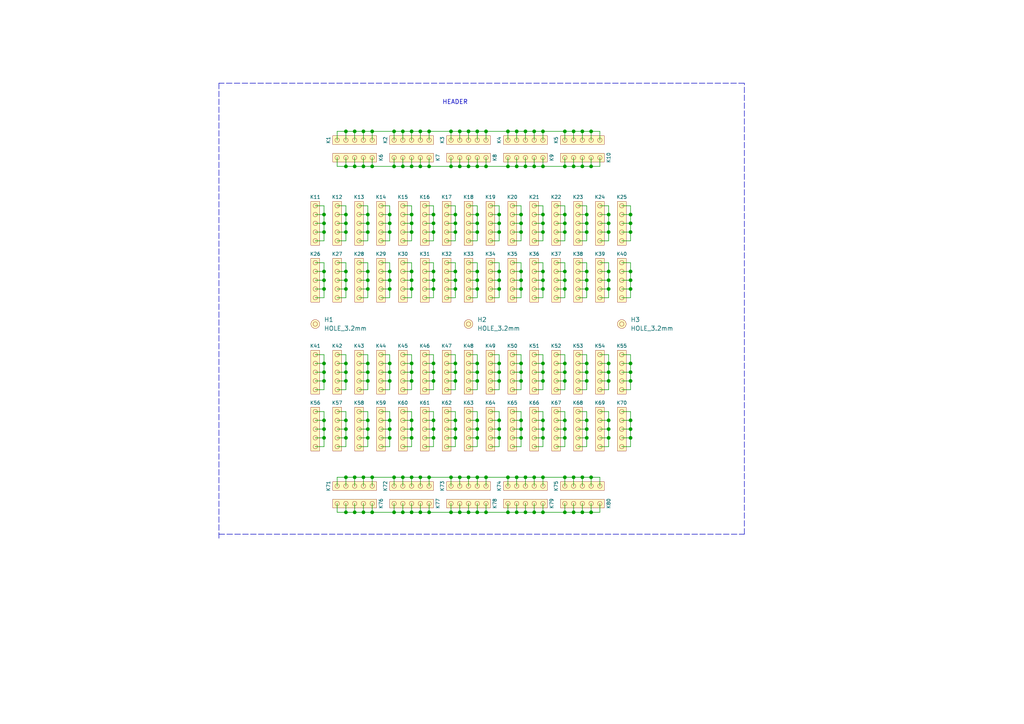
<source format=kicad_sch>
(kicad_sch (version 20250114) (generator "eeschema") (generator_version "9.0")
  (paper "A4")
  (title_block (title "PCB breadboard") (date "2021-07-15") (rev "V1.1.1.") (company "SOLDERED") (comment 1 "333031"))
  (text "HEADER" (at 128.27 30.48 0) (effects (font (size 1.27 1.27)) (justify left bottom)))
  (junction (at 130.81 38.1) (diameter 0.9144))
  (junction (at 152.4 138.43) (diameter 0.9144))
  (junction (at 132.08 107.95) (diameter 0.9144))
  (junction (at 170.18 64.77) (diameter 0.9144))
  (junction (at 116.84 38.1) (diameter 0.9144))
  (junction (at 144.78 83.82) (diameter 0.9144))
  (junction (at 151.13 83.82) (diameter 0.9144))
  (junction (at 125.73 107.95) (diameter 0.9144))
  (junction (at 170.18 124.46) (diameter 0.9144))
  (junction (at 176.53 62.23) (diameter 0.9144))
  (junction (at 114.3 48.26) (diameter 0.9144))
  (junction (at 157.48 38.1) (diameter 0.9144))
  (junction (at 170.18 83.82) (diameter 0.9144))
  (junction (at 113.03 83.82) (diameter 0.9144))
  (junction (at 113.03 127) (diameter 0.9144))
  (junction (at 121.92 138.43) (diameter 0.9144))
  (junction (at 144.78 107.95) (diameter 0.9144))
  (junction (at 100.33 83.82) (diameter 0.9144))
  (junction (at 182.88 81.28) (diameter 0.9144))
  (junction (at 138.43 48.26) (diameter 0.9144))
  (junction (at 107.95 148.59) (diameter 0.9144))
  (junction (at 144.78 124.46) (diameter 0.9144))
  (junction (at 163.83 105.41) (diameter 0.9144))
  (junction (at 170.18 105.41) (diameter 0.9144))
  (junction (at 157.48 83.82) (diameter 0.9144))
  (junction (at 151.13 127) (diameter 0.9144))
  (junction (at 113.03 105.41) (diameter 0.9144))
  (junction (at 157.48 148.59) (diameter 0.9144))
  (junction (at 113.03 124.46) (diameter 0.9144))
  (junction (at 163.83 107.95) (diameter 0.9144))
  (junction (at 119.38 110.49) (diameter 0.9144))
  (junction (at 135.89 148.59) (diameter 0.9144))
  (junction (at 119.38 127) (diameter 0.9144))
  (junction (at 132.08 124.46) (diameter 0.9144))
  (junction (at 105.41 138.43) (diameter 0.9144))
  (junction (at 176.53 83.82) (diameter 0.9144))
  (junction (at 138.43 138.43) (diameter 0.9144))
  (junction (at 144.78 105.41) (diameter 0.9144))
  (junction (at 163.83 110.49) (diameter 0.9144))
  (junction (at 93.98 64.77) (diameter 0.9144))
  (junction (at 125.73 127) (diameter 0.9144))
  (junction (at 170.18 67.31) (diameter 0.9144))
  (junction (at 133.35 38.1) (diameter 0.9144))
  (junction (at 138.43 127) (diameter 0.9144))
  (junction (at 166.37 48.26) (diameter 0.9144))
  (junction (at 116.84 138.43) (diameter 0.9144))
  (junction (at 119.38 64.77) (diameter 0.9144))
  (junction (at 170.18 107.95) (diameter 0.9144))
  (junction (at 125.73 78.74) (diameter 0.9144))
  (junction (at 163.83 48.26) (diameter 0.9144))
  (junction (at 106.68 67.31) (diameter 0.9144))
  (junction (at 132.08 81.28) (diameter 0.9144))
  (junction (at 106.68 62.23) (diameter 0.9144))
  (junction (at 124.46 148.59) (diameter 0.9144))
  (junction (at 176.53 67.31) (diameter 0.9144))
  (junction (at 182.88 121.92) (diameter 0.9144))
  (junction (at 144.78 110.49) (diameter 0.9144))
  (junction (at 168.91 48.26) (diameter 0.9144))
  (junction (at 176.53 110.49) (diameter 0.9144))
  (junction (at 132.08 127) (diameter 0.9144))
  (junction (at 119.38 138.43) (diameter 0.9144))
  (junction (at 105.41 38.1) (diameter 0.9144))
  (junction (at 114.3 138.43) (diameter 0.9144))
  (junction (at 133.35 48.26) (diameter 0.9144))
  (junction (at 93.98 127) (diameter 0.9144))
  (junction (at 138.43 64.77) (diameter 0.9144))
  (junction (at 140.97 138.43) (diameter 0.9144))
  (junction (at 176.53 107.95) (diameter 0.9144))
  (junction (at 119.38 121.92) (diameter 0.9144))
  (junction (at 102.87 38.1) (diameter 0.9144))
  (junction (at 135.89 48.26) (diameter 0.9144))
  (junction (at 170.18 121.92) (diameter 0.9144))
  (junction (at 138.43 78.74) (diameter 0.9144))
  (junction (at 100.33 121.92) (diameter 0.9144))
  (junction (at 113.03 62.23) (diameter 0.9144))
  (junction (at 151.13 105.41) (diameter 0.9144))
  (junction (at 125.73 110.49) (diameter 0.9144))
  (junction (at 119.38 38.1) (diameter 0.9144))
  (junction (at 152.4 48.26) (diameter 0.9144))
  (junction (at 100.33 138.43) (diameter 0.9144))
  (junction (at 151.13 81.28) (diameter 0.9144))
  (junction (at 106.68 78.74) (diameter 0.9144))
  (junction (at 163.83 38.1) (diameter 0.9144))
  (junction (at 106.68 83.82) (diameter 0.9144))
  (junction (at 125.73 83.82) (diameter 0.9144))
  (junction (at 100.33 105.41) (diameter 0.9144))
  (junction (at 163.83 148.59) (diameter 0.9144))
  (junction (at 182.88 110.49) (diameter 0.9144))
  (junction (at 163.83 67.31) (diameter 0.9144))
  (junction (at 166.37 38.1) (diameter 0.9144))
  (junction (at 93.98 124.46) (diameter 0.9144))
  (junction (at 106.68 124.46) (diameter 0.9144))
  (junction (at 151.13 110.49) (diameter 0.9144))
  (junction (at 132.08 78.74) (diameter 0.9144))
  (junction (at 171.45 48.26) (diameter 0.9144))
  (junction (at 93.98 107.95) (diameter 0.9144))
  (junction (at 144.78 78.74) (diameter 0.9144))
  (junction (at 132.08 64.77) (diameter 0.9144))
  (junction (at 124.46 138.43) (diameter 0.9144))
  (junction (at 176.53 105.41) (diameter 0.9144))
  (junction (at 133.35 148.59) (diameter 0.9144))
  (junction (at 182.88 62.23) (diameter 0.9144))
  (junction (at 157.48 67.31) (diameter 0.9144))
  (junction (at 125.73 67.31) (diameter 0.9144))
  (junction (at 102.87 138.43) (diameter 0.9144))
  (junction (at 119.38 81.28) (diameter 0.9144))
  (junction (at 168.91 138.43) (diameter 0.9144))
  (junction (at 171.45 38.1) (diameter 0.9144))
  (junction (at 182.88 105.41) (diameter 0.9144))
  (junction (at 147.32 148.59) (diameter 0.9144))
  (junction (at 107.95 38.1) (diameter 0.9144))
  (junction (at 100.33 62.23) (diameter 0.9144))
  (junction (at 132.08 121.92) (diameter 0.9144))
  (junction (at 163.83 62.23) (diameter 0.9144))
  (junction (at 119.38 78.74) (diameter 0.9144))
  (junction (at 166.37 138.43) (diameter 0.9144))
  (junction (at 106.68 127) (diameter 0.9144))
  (junction (at 149.86 148.59) (diameter 0.9144))
  (junction (at 93.98 78.74) (diameter 0.9144))
  (junction (at 163.83 81.28) (diameter 0.9144))
  (junction (at 113.03 81.28) (diameter 0.9144))
  (junction (at 151.13 64.77) (diameter 0.9144))
  (junction (at 107.95 138.43) (diameter 0.9144))
  (junction (at 100.33 81.28) (diameter 0.9144))
  (junction (at 154.94 138.43) (diameter 0.9144))
  (junction (at 100.33 78.74) (diameter 0.9144))
  (junction (at 102.87 148.59) (diameter 0.9144))
  (junction (at 151.13 78.74) (diameter 0.9144))
  (junction (at 133.35 138.43) (diameter 0.9144))
  (junction (at 157.48 81.28) (diameter 0.9144))
  (junction (at 100.33 124.46) (diameter 0.9144))
  (junction (at 157.48 110.49) (diameter 0.9144))
  (junction (at 93.98 67.31) (diameter 0.9144))
  (junction (at 119.38 107.95) (diameter 0.9144))
  (junction (at 125.73 81.28) (diameter 0.9144))
  (junction (at 163.83 127) (diameter 0.9144))
  (junction (at 138.43 38.1) (diameter 0.9144))
  (junction (at 154.94 38.1) (diameter 0.9144))
  (junction (at 119.38 83.82) (diameter 0.9144))
  (junction (at 138.43 67.31) (diameter 0.9144))
  (junction (at 125.73 105.41) (diameter 0.9144))
  (junction (at 182.88 64.77) (diameter 0.9144))
  (junction (at 182.88 78.74) (diameter 0.9144))
  (junction (at 121.92 148.59) (diameter 0.9144))
  (junction (at 176.53 124.46) (diameter 0.9144))
  (junction (at 113.03 78.74) (diameter 0.9144))
  (junction (at 147.32 38.1) (diameter 0.9144))
  (junction (at 170.18 110.49) (diameter 0.9144))
  (junction (at 125.73 64.77) (diameter 0.9144))
  (junction (at 163.83 138.43) (diameter 0.9144))
  (junction (at 151.13 124.46) (diameter 0.9144))
  (junction (at 106.68 64.77) (diameter 0.9144))
  (junction (at 176.53 64.77) (diameter 0.9144))
  (junction (at 154.94 48.26) (diameter 0.9144))
  (junction (at 140.97 48.26) (diameter 0.9144))
  (junction (at 135.89 38.1) (diameter 0.9144))
  (junction (at 144.78 81.28) (diameter 0.9144))
  (junction (at 168.91 148.59) (diameter 0.9144))
  (junction (at 132.08 83.82) (diameter 0.9144))
  (junction (at 138.43 62.23) (diameter 0.9144))
  (junction (at 149.86 138.43) (diameter 0.9144))
  (junction (at 119.38 105.41) (diameter 0.9144))
  (junction (at 121.92 48.26) (diameter 0.9144))
  (junction (at 113.03 121.92) (diameter 0.9144))
  (junction (at 116.84 148.59) (diameter 0.9144))
  (junction (at 93.98 62.23) (diameter 0.9144))
  (junction (at 157.48 48.26) (diameter 0.9144))
  (junction (at 121.92 38.1) (diameter 0.9144))
  (junction (at 93.98 81.28) (diameter 0.9144))
  (junction (at 176.53 127) (diameter 0.9144))
  (junction (at 170.18 127) (diameter 0.9144))
  (junction (at 130.81 138.43) (diameter 0.9144))
  (junction (at 182.88 127) (diameter 0.9144))
  (junction (at 119.38 62.23) (diameter 0.9144))
  (junction (at 163.83 124.46) (diameter 0.9144))
  (junction (at 132.08 62.23) (diameter 0.9144))
  (junction (at 149.86 48.26) (diameter 0.9144))
  (junction (at 171.45 148.59) (diameter 0.9144))
  (junction (at 144.78 64.77) (diameter 0.9144))
  (junction (at 157.48 127) (diameter 0.9144))
  (junction (at 116.84 48.26) (diameter 0.9144))
  (junction (at 144.78 121.92) (diameter 0.9144))
  (junction (at 106.68 105.41) (diameter 0.9144))
  (junction (at 135.89 138.43) (diameter 0.9144))
  (junction (at 152.4 38.1) (diameter 0.9144))
  (junction (at 106.68 107.95) (diameter 0.9144))
  (junction (at 182.88 67.31) (diameter 0.9144))
  (junction (at 119.38 48.26) (diameter 0.9144))
  (junction (at 170.18 78.74) (diameter 0.9144))
  (junction (at 154.94 148.59) (diameter 0.9144))
  (junction (at 106.68 81.28) (diameter 0.9144))
  (junction (at 138.43 110.49) (diameter 0.9144))
  (junction (at 93.98 121.92) (diameter 0.9144))
  (junction (at 107.95 48.26) (diameter 0.9144))
  (junction (at 157.48 62.23) (diameter 0.9144))
  (junction (at 166.37 148.59) (diameter 0.9144))
  (junction (at 125.73 62.23) (diameter 0.9144))
  (junction (at 157.48 78.74) (diameter 0.9144))
  (junction (at 132.08 67.31) (diameter 0.9144))
  (junction (at 149.86 38.1) (diameter 0.9144))
  (junction (at 138.43 83.82) (diameter 0.9144))
  (junction (at 100.33 38.1) (diameter 0.9144))
  (junction (at 163.83 78.74) (diameter 0.9144))
  (junction (at 132.08 105.41) (diameter 0.9144))
  (junction (at 119.38 148.59) (diameter 0.9144))
  (junction (at 124.46 48.26) (diameter 0.9144))
  (junction (at 130.81 148.59) (diameter 0.9144))
  (junction (at 100.33 110.49) (diameter 0.9144))
  (junction (at 119.38 124.46) (diameter 0.9144))
  (junction (at 182.88 124.46) (diameter 0.9144))
  (junction (at 132.08 110.49) (diameter 0.9144))
  (junction (at 106.68 110.49) (diameter 0.9144))
  (junction (at 93.98 83.82) (diameter 0.9144))
  (junction (at 140.97 38.1) (diameter 0.9144))
  (junction (at 147.32 138.43) (diameter 0.9144))
  (junction (at 113.03 110.49) (diameter 0.9144))
  (junction (at 138.43 121.92) (diameter 0.9144))
  (junction (at 151.13 121.92) (diameter 0.9144))
  (junction (at 182.88 107.95) (diameter 0.9144))
  (junction (at 163.83 121.92) (diameter 0.9144))
  (junction (at 182.88 83.82) (diameter 0.9144))
  (junction (at 138.43 124.46) (diameter 0.9144))
  (junction (at 144.78 62.23) (diameter 0.9144))
  (junction (at 171.45 138.43) (diameter 0.9144))
  (junction (at 152.4 148.59) (diameter 0.9144))
  (junction (at 163.83 64.77) (diameter 0.9144))
  (junction (at 125.73 121.92) (diameter 0.9144))
  (junction (at 105.41 48.26) (diameter 0.9144))
  (junction (at 157.48 124.46) (diameter 0.9144))
  (junction (at 113.03 107.95) (diameter 0.9144))
  (junction (at 168.91 38.1) (diameter 0.9144))
  (junction (at 176.53 78.74) (diameter 0.9144))
  (junction (at 144.78 67.31) (diameter 0.9144))
  (junction (at 151.13 62.23) (diameter 0.9144))
  (junction (at 124.46 38.1) (diameter 0.9144))
  (junction (at 138.43 148.59) (diameter 0.9144))
  (junction (at 114.3 148.59) (diameter 0.9144))
  (junction (at 138.43 107.95) (diameter 0.9144))
  (junction (at 105.41 148.59) (diameter 0.9144))
  (junction (at 93.98 110.49) (diameter 0.9144))
  (junction (at 157.48 105.41) (diameter 0.9144))
  (junction (at 151.13 67.31) (diameter 0.9144))
  (junction (at 147.32 48.26) (diameter 0.9144))
  (junction (at 138.43 81.28) (diameter 0.9144))
  (junction (at 100.33 67.31) (diameter 0.9144))
  (junction (at 140.97 148.59) (diameter 0.9144))
  (junction (at 163.83 83.82) (diameter 0.9144))
  (junction (at 170.18 62.23) (diameter 0.9144))
  (junction (at 157.48 107.95) (diameter 0.9144))
  (junction (at 100.33 127) (diameter 0.9144))
  (junction (at 157.48 121.92) (diameter 0.9144))
  (junction (at 100.33 64.77) (diameter 0.9144))
  (junction (at 119.38 67.31) (diameter 0.9144))
  (junction (at 138.43 105.41) (diameter 0.9144))
  (junction (at 93.98 105.41) (diameter 0.9144))
  (junction (at 102.87 48.26) (diameter 0.9144))
  (junction (at 151.13 107.95) (diameter 0.9144))
  (junction (at 130.81 48.26) (diameter 0.9144))
  (junction (at 176.53 81.28) (diameter 0.9144))
  (junction (at 100.33 148.59) (diameter 0.9144))
  (junction (at 106.68 121.92) (diameter 0.9144))
  (junction (at 100.33 48.26) (diameter 0.9144))
  (junction (at 157.48 138.43) (diameter 0.9144))
  (junction (at 125.73 124.46) (diameter 0.9144))
  (junction (at 157.48 64.77) (diameter 0.9144))
  (junction (at 170.18 81.28) (diameter 0.9144))
  (junction (at 176.53 121.92) (diameter 0.9144))
  (junction (at 100.33 107.95) (diameter 0.9144))
  (junction (at 113.03 64.77) (diameter 0.9144))
  (junction (at 113.03 67.31) (diameter 0.9144))
  (junction (at 114.3 38.1) (diameter 0.9144))
  (junction (at 144.78 127) (diameter 0.9144))
  (wire (pts (xy 116.84 146.05) (xy 116.84 148.59)))
  (wire (pts (xy 135.89 119.38) (xy 138.43 119.38)))
  (wire (pts (xy 100.33 105.41) (xy 100.33 107.95)))
  (wire (pts (xy 138.43 105.41) (xy 138.43 107.95)))
  (wire (pts (xy 138.43 67.31) (xy 138.43 69.85)))
  (wire (pts (xy 157.48 62.23) (xy 157.48 64.77)))
  (wire (pts (xy 163.83 59.69) (xy 163.83 62.23)))
  (wire (pts (xy 121.92 140.97) (xy 121.92 138.43)))
  (wire (pts (xy 151.13 124.46) (xy 151.13 127)))
  (wire (pts (xy 93.98 121.92) (xy 93.98 124.46)))
  (wire (pts (xy 148.59 59.69) (xy 151.13 59.69)))
  (wire (pts (xy 121.92 45.72) (xy 121.92 48.26)))
  (wire (pts (xy 135.89 138.43) (xy 138.43 138.43)))
  (wire (pts (xy 135.89 140.97) (xy 135.89 138.43)))
  (wire (pts (xy 152.4 138.43) (xy 154.94 138.43)))
  (wire (pts (xy 133.35 45.72) (xy 133.35 48.26)))
  (wire (pts (xy 132.08 121.92) (xy 132.08 124.46)))
  (wire (pts (xy 151.13 110.49) (xy 151.13 113.03)))
  (wire (pts (xy 110.49 76.2) (xy 113.03 76.2)))
  (wire (pts (xy 116.84 38.1) (xy 119.38 38.1)))
  (wire (pts (xy 157.48 146.05) (xy 157.48 148.59)))
  (wire (pts (xy 140.97 38.1) (xy 147.32 38.1)))
  (wire (pts (xy 132.08 107.95) (xy 132.08 110.49)))
  (wire (pts (xy 125.73 67.31) (xy 125.73 69.85)))
  (wire (pts (xy 173.99 81.28) (xy 176.53 81.28)))
  (wire (pts (xy 123.19 127) (xy 125.73 127)))
  (wire (pts (xy 168.91 38.1) (xy 171.45 38.1)))
  (wire (pts (xy 113.03 64.77) (xy 113.03 67.31)))
  (wire (pts (xy 113.03 110.49) (xy 113.03 113.03)))
  (wire (pts (xy 157.48 102.87) (xy 157.48 105.41)))
  (wire (pts (xy 151.13 64.77) (xy 151.13 67.31)))
  (wire (pts (xy 163.83 102.87) (xy 163.83 105.41)))
  (wire (pts (xy 132.08 59.69) (xy 132.08 62.23)))
  (wire (pts (xy 132.08 83.82) (xy 132.08 86.36)))
  (wire (pts (xy 168.91 40.64) (xy 168.91 38.1)))
  (wire (pts (xy 167.64 113.03) (xy 170.18 113.03)))
  (wire (pts (xy 144.78 124.46) (xy 144.78 127)))
  (wire (pts (xy 119.38 105.41) (xy 119.38 107.95)))
  (wire (pts (xy 121.92 148.59) (xy 119.38 148.59)))
  (wire (pts (xy 135.89 102.87) (xy 138.43 102.87)))
  (wire (pts (xy 125.73 105.41) (xy 125.73 107.95)))
  (wire (pts (xy 173.99 110.49) (xy 176.53 110.49)))
  (wire (pts (xy 142.24 67.31) (xy 144.78 67.31)))
  (wire (pts (xy 105.41 40.64) (xy 105.41 38.1)))
  (wire (pts (xy 154.94 113.03) (xy 157.48 113.03)))
  (wire (pts (xy 170.18 107.95) (xy 170.18 110.49)))
  (wire (pts (xy 116.84 48.26) (xy 114.3 48.26)))
  (wire (pts (xy 129.54 76.2) (xy 132.08 76.2)))
  (wire (pts (xy 129.54 62.23) (xy 132.08 62.23)))
  (wire (pts (xy 138.43 140.97) (xy 138.43 138.43)))
  (wire (pts (xy 119.38 121.92) (xy 119.38 124.46)))
  (wire (pts (xy 144.78 83.82) (xy 144.78 86.36)))
  (wire (pts (xy 116.84 83.82) (xy 119.38 83.82)))
  (wire (pts (xy 166.37 138.43) (xy 168.91 138.43)))
  (wire (pts (xy 157.48 48.26) (xy 163.83 48.26)))
  (wire (pts (xy 148.59 102.87) (xy 151.13 102.87)))
  (wire (pts (xy 170.18 102.87) (xy 170.18 105.41)))
  (wire (pts (xy 142.24 83.82) (xy 144.78 83.82)))
  (wire (pts (xy 123.19 110.49) (xy 125.73 110.49)))
  (wire (pts (xy 97.79 121.92) (xy 100.33 121.92)))
  (wire (pts (xy 132.08 124.46) (xy 132.08 127)))
  (wire (pts (xy 132.08 64.77) (xy 132.08 67.31)))
  (wire (pts (xy 123.19 86.36) (xy 125.73 86.36)))
  (wire (pts (xy 124.46 48.26) (xy 130.81 48.26)))
  (wire (pts (xy 102.87 40.64) (xy 102.87 38.1)))
  (wire (pts (xy 163.83 121.92) (xy 163.83 124.46)))
  (wire (pts (xy 152.4 48.26) (xy 149.86 48.26)))
  (wire (pts (xy 105.41 38.1) (xy 107.95 38.1)))
  (wire (pts (xy 129.54 113.03) (xy 132.08 113.03)))
  (wire (pts (xy 125.73 78.74) (xy 125.73 81.28)))
  (wire (pts (xy 154.94 45.72) (xy 154.94 48.26)))
  (wire (pts (xy 116.84 62.23) (xy 119.38 62.23)))
  (wire (pts (xy 148.59 127) (xy 151.13 127)))
  (wire (pts (xy 149.86 38.1) (xy 152.4 38.1)))
  (wire (pts (xy 144.78 127) (xy 144.78 129.54)))
  (wire (pts (xy 123.19 124.46) (xy 125.73 124.46)))
  (wire (pts (xy 149.86 48.26) (xy 147.32 48.26)))
  (wire (pts (xy 110.49 59.69) (xy 113.03 59.69)))
  (wire (pts (xy 151.13 121.92) (xy 151.13 124.46)))
  (wire (pts (xy 138.43 121.92) (xy 138.43 124.46)))
  (wire (pts (xy 119.38 138.43) (xy 121.92 138.43)))
  (wire (pts (xy 170.18 76.2) (xy 170.18 78.74)))
  (wire (pts (xy 147.32 40.64) (xy 147.32 38.1)))
  (wire (pts (xy 91.44 129.54) (xy 93.98 129.54)))
  (wire (pts (xy 93.98 105.41) (xy 93.98 107.95)))
  (wire (pts (xy 154.94 146.05) (xy 154.94 148.59)))
  (wire (pts (xy 135.89 69.85) (xy 138.43 69.85)))
  (wire (pts (xy 125.73 127) (xy 125.73 129.54)))
  (wire (pts (xy 102.87 138.43) (xy 105.41 138.43)))
  (wire (pts (xy 129.54 102.87) (xy 132.08 102.87)))
  (wire (pts (xy 124.46 45.72) (xy 124.46 48.26)))
  (wire (pts (xy 173.99 59.69) (xy 176.53 59.69)))
  (wire (pts (xy 123.19 83.82) (xy 125.73 83.82)))
  (wire (pts (xy 133.35 140.97) (xy 133.35 138.43)))
  (wire (pts (xy 148.59 78.74) (xy 151.13 78.74)))
  (wire (pts (xy 173.99 127) (xy 176.53 127)))
  (wire (pts (xy 157.48 105.41) (xy 157.48 107.95)))
  (wire (pts (xy 176.53 124.46) (xy 176.53 127)))
  (wire (pts (xy 144.78 81.28) (xy 144.78 83.82)))
  (wire (pts (xy 97.79 45.72) (xy 97.79 48.26)))
  (wire (pts (xy 110.49 81.28) (xy 113.03 81.28)))
  (wire (pts (xy 154.94 76.2) (xy 157.48 76.2)))
  (wire (pts (xy 124.46 40.64) (xy 124.46 38.1)))
  (wire (pts (xy 182.88 64.77) (xy 182.88 67.31)))
  (wire (pts (xy 173.99 102.87) (xy 176.53 102.87)))
  (wire (pts (xy 154.94 124.46) (xy 157.48 124.46)))
  (wire (pts (xy 163.83 78.74) (xy 163.83 81.28)))
  (wire (pts (xy 157.48 127) (xy 157.48 129.54)))
  (wire (pts (xy 124.46 38.1) (xy 130.81 38.1)))
  (wire (pts (xy 135.89 64.77) (xy 138.43 64.77)))
  (wire (pts (xy 170.18 121.92) (xy 170.18 124.46)))
  (wire (pts (xy 116.84 148.59) (xy 114.3 148.59)))
  (wire (pts (xy 113.03 83.82) (xy 113.03 86.36)))
  (wire (pts (xy 116.84 129.54) (xy 119.38 129.54)))
  (wire (pts (xy 114.3 45.72) (xy 114.3 48.26)))
  (wire (pts (xy 104.14 129.54) (xy 106.68 129.54)))
  (wire (pts (xy 124.46 146.05) (xy 124.46 148.59)))
  (wire (pts (xy 173.99 107.95) (xy 176.53 107.95)))
  (wire (pts (xy 148.59 113.03) (xy 151.13 113.03)))
  (wire (pts (xy 173.99 64.77) (xy 176.53 64.77)))
  (wire (pts (xy 161.29 62.23) (xy 163.83 62.23)))
  (wire (pts (xy 182.88 102.87) (xy 182.88 105.41)))
  (wire (pts (xy 132.08 81.28) (xy 132.08 83.82)))
  (wire (pts (xy 104.14 83.82) (xy 106.68 83.82)))
  (wire (pts (xy 100.33 76.2) (xy 100.33 78.74)))
  (wire (pts (xy 161.29 78.74) (xy 163.83 78.74)))
  (wire (pts (xy 176.53 102.87) (xy 176.53 105.41)))
  (wire (pts (xy 167.64 62.23) (xy 170.18 62.23)))
  (wire (pts (xy 142.24 81.28) (xy 144.78 81.28)))
  (wire (pts (xy 154.94 64.77) (xy 157.48 64.77)))
  (wire (pts (xy 163.83 105.41) (xy 163.83 107.95)))
  (wire (pts (xy 106.68 62.23) (xy 106.68 64.77)))
  (wire (pts (xy 154.94 78.74) (xy 157.48 78.74)))
  (wire (pts (xy 107.95 40.64) (xy 107.95 38.1)))
  (wire (pts (xy 93.98 102.87) (xy 93.98 105.41)))
  (wire (pts (xy 173.99 105.41) (xy 176.53 105.41)))
  (wire (pts (xy 173.99 69.85) (xy 176.53 69.85)))
  (wire (pts (xy 97.79 113.03) (xy 100.33 113.03)))
  (wire (pts (xy 91.44 127) (xy 93.98 127)))
  (wire (pts (xy 125.73 76.2) (xy 125.73 78.74)))
  (wire (pts (xy 125.73 59.69) (xy 125.73 62.23)))
  (wire (pts (xy 114.3 40.64) (xy 114.3 38.1)))
  (wire (pts (xy 157.48 124.46) (xy 157.48 127)))
  (wire (pts (xy 129.54 69.85) (xy 132.08 69.85)))
  (wire (pts (xy 116.84 113.03) (xy 119.38 113.03)))
  (wire (pts (xy 104.14 76.2) (xy 106.68 76.2)))
  (wire (pts (xy 180.34 64.77) (xy 182.88 64.77)))
  (wire (pts (xy 97.79 140.97) (xy 97.79 138.43)))
  (wire (pts (xy 166.37 48.26) (xy 163.83 48.26)))
  (wire (pts (xy 130.81 40.64) (xy 130.81 38.1)))
  (wire (pts (xy 176.53 107.95) (xy 176.53 110.49)))
  (wire (pts (xy 171.45 45.72) (xy 171.45 48.26)))
  (wire (pts (xy 106.68 81.28) (xy 106.68 83.82)))
  (wire (pts (xy 167.64 105.41) (xy 170.18 105.41)))
  (wire (pts (xy 123.19 129.54) (xy 125.73 129.54)))
  (wire (pts (xy 104.14 127) (xy 106.68 127)))
  (wire (pts (xy 167.64 67.31) (xy 170.18 67.31)))
  (wire (pts (xy 163.83 146.05) (xy 163.83 148.59)))
  (wire (pts (xy 163.83 107.95) (xy 163.83 110.49)))
  (wire (pts (xy 142.24 102.87) (xy 144.78 102.87)))
  (wire (pts (xy 173.99 121.92) (xy 176.53 121.92)))
  (wire (pts (xy 157.48 107.95) (xy 157.48 110.49)))
  (wire (pts (xy 167.64 64.77) (xy 170.18 64.77)))
  (wire (pts (xy 97.79 119.38) (xy 100.33 119.38)))
  (wire (pts (xy 161.29 69.85) (xy 163.83 69.85)))
  (wire (pts (xy 129.54 81.28) (xy 132.08 81.28)))
  (wire (pts (xy 91.44 107.95) (xy 93.98 107.95)))
  (wire (pts (xy 163.83 76.2) (xy 163.83 78.74)))
  (wire (pts (xy 168.91 45.72) (xy 168.91 48.26)))
  (wire (pts (xy 129.54 105.41) (xy 132.08 105.41)))
  (wire (pts (xy 135.89 81.28) (xy 138.43 81.28)))
  (wire (pts (xy 97.79 146.05) (xy 97.79 148.59)))
  (wire (pts (xy 166.37 146.05) (xy 166.37 148.59)))
  (wire (pts (xy 97.79 83.82) (xy 100.33 83.82)))
  (wire (pts (xy 116.84 86.36) (xy 119.38 86.36)))
  (wire (pts (xy 116.84 69.85) (xy 119.38 69.85)))
  (wire (pts (xy 151.13 59.69) (xy 151.13 62.23)))
  (wire (pts (xy 142.24 64.77) (xy 144.78 64.77)))
  (wire (pts (xy 97.79 69.85) (xy 100.33 69.85)))
  (wire (pts (xy 129.54 124.46) (xy 132.08 124.46)))
  (wire (pts (xy 97.79 86.36) (xy 100.33 86.36)))
  (wire (pts (xy 167.64 110.49) (xy 170.18 110.49)))
  (wire (pts (xy 176.53 110.49) (xy 176.53 113.03)))
  (wire (pts (xy 154.94 67.31) (xy 157.48 67.31)))
  (wire (pts (xy 144.78 105.41) (xy 144.78 107.95)))
  (wire (pts (xy 161.29 105.41) (xy 163.83 105.41)))
  (wire (pts (xy 125.73 107.95) (xy 125.73 110.49)))
  (wire (pts (xy 142.24 124.46) (xy 144.78 124.46)))
  (wire (pts (xy 142.24 76.2) (xy 144.78 76.2)))
  (wire (pts (xy 154.94 83.82) (xy 157.48 83.82)))
  (wire (pts (xy 151.13 102.87) (xy 151.13 105.41)))
  (wire (pts (xy 100.33 48.26) (xy 97.79 48.26)))
  (wire (pts (xy 119.38 45.72) (xy 119.38 48.26)))
  (wire (pts (xy 154.94 59.69) (xy 157.48 59.69)))
  (wire (pts (xy 125.73 102.87) (xy 125.73 105.41)))
  (wire (pts (xy 130.81 140.97) (xy 130.81 138.43)))
  (wire (pts (xy 167.64 81.28) (xy 170.18 81.28)))
  (wire (pts (xy 154.94 81.28) (xy 157.48 81.28)))
  (wire (pts (xy 97.79 105.41) (xy 100.33 105.41)))
  (wire (pts (xy 104.14 110.49) (xy 106.68 110.49)))
  (wire (pts (xy 113.03 62.23) (xy 113.03 64.77)))
  (wire (pts (xy 123.19 119.38) (xy 125.73 119.38)))
  (wire (pts (xy 161.29 124.46) (xy 163.83 124.46)))
  (wire (pts (xy 154.94 102.87) (xy 157.48 102.87)))
  (wire (pts (xy 97.79 129.54) (xy 100.33 129.54)))
  (wire (pts (xy 123.19 81.28) (xy 125.73 81.28)))
  (wire (pts (xy 97.79 81.28) (xy 100.33 81.28)))
  (wire (pts (xy 100.33 78.74) (xy 100.33 81.28)))
  (wire (pts (xy 182.88 62.23) (xy 182.88 64.77)))
  (wire (pts (xy 154.94 105.41) (xy 157.48 105.41)))
  (wire (pts (xy 176.53 81.28) (xy 176.53 83.82)))
  (wire (pts (xy 157.48 81.28) (xy 157.48 83.82)))
  (wire (pts (xy 152.4 140.97) (xy 152.4 138.43)))
  (wire (pts (xy 167.64 124.46) (xy 170.18 124.46)))
  (wire (pts (xy 132.08 78.74) (xy 132.08 81.28)))
  (wire (pts (xy 121.92 48.26) (xy 119.38 48.26)))
  (wire (pts (xy 148.59 124.46) (xy 151.13 124.46)))
  (wire (pts (xy 182.88 110.49) (xy 182.88 113.03)))
  (wire (pts (xy 138.43 124.46) (xy 138.43 127)))
  (wire (pts (xy 130.81 146.05) (xy 130.81 148.59)))
  (wire (pts (xy 100.33 38.1) (xy 102.87 38.1)))
  (wire (pts (xy 93.98 107.95) (xy 93.98 110.49)))
  (wire (pts (xy 91.44 86.36) (xy 93.98 86.36)))
  (wire (pts (xy 167.64 78.74) (xy 170.18 78.74)))
  (wire (pts (xy 113.03 59.69) (xy 113.03 62.23)))
  (wire (pts (xy 148.59 121.92) (xy 151.13 121.92)))
  (wire (pts (xy 124.46 138.43) (xy 130.81 138.43)))
  (wire (pts (xy 176.53 76.2) (xy 176.53 78.74)))
  (wire (pts (xy 114.3 140.97) (xy 114.3 138.43)))
  (wire (pts (xy 180.34 107.95) (xy 182.88 107.95)))
  (wire (pts (xy 104.14 81.28) (xy 106.68 81.28)))
  (wire (pts (xy 161.29 113.03) (xy 163.83 113.03)))
  (wire (pts (xy 166.37 148.59) (xy 163.83 148.59)))
  (wire (pts (xy 107.95 148.59) (xy 105.41 148.59)))
  (wire (pts (xy 152.4 38.1) (xy 154.94 38.1)))
  (wire (pts (xy 173.99 146.05) (xy 173.99 148.59)))
  (wire (pts (xy 93.98 81.28) (xy 93.98 83.82)))
  (wire (pts (xy 100.33 102.87) (xy 100.33 105.41)))
  (wire (pts (xy 170.18 127) (xy 170.18 129.54)))
  (wire (pts (xy 138.43 146.05) (xy 138.43 148.59)))
  (wire (pts (xy 93.98 119.38) (xy 93.98 121.92)))
  (wire (pts (xy 114.3 38.1) (xy 116.84 38.1)))
  (wire (pts (xy 147.32 140.97) (xy 147.32 138.43)))
  (wire (pts (xy 151.13 107.95) (xy 151.13 110.49)))
  (wire (pts (xy 142.24 69.85) (xy 144.78 69.85)))
  (wire (pts (xy 161.29 59.69) (xy 163.83 59.69)))
  (wire (pts (xy 119.38 48.26) (xy 116.84 48.26)))
  (wire (pts (xy 100.33 59.69) (xy 100.33 62.23)))
  (wire (pts (xy 91.44 119.38) (xy 93.98 119.38)))
  (wire (pts (xy 106.68 64.77) (xy 106.68 67.31)))
  (wire (pts (xy 135.89 110.49) (xy 138.43 110.49)))
  (wire (pts (xy 180.34 119.38) (xy 182.88 119.38)))
  (wire (pts (xy 125.73 119.38) (xy 125.73 121.92)))
  (wire (pts (xy 167.64 86.36) (xy 170.18 86.36)))
  (wire (pts (xy 138.43 38.1) (xy 140.97 38.1)))
  (wire (pts (xy 123.19 121.92) (xy 125.73 121.92)))
  (wire (pts (xy 123.19 102.87) (xy 125.73 102.87)))
  (wire (pts (xy 93.98 110.49) (xy 93.98 113.03)))
  (wire (pts (xy 123.19 67.31) (xy 125.73 67.31)))
  (wire (pts (xy 182.88 105.41) (xy 182.88 107.95)))
  (wire (pts (xy 129.54 67.31) (xy 132.08 67.31)))
  (wire (pts (xy 173.99 48.26) (xy 171.45 48.26)))
  (wire (pts (xy 180.34 83.82) (xy 182.88 83.82)))
  (wire (pts (xy 138.43 119.38) (xy 138.43 121.92)))
  (wire (pts (xy 163.83 45.72) (xy 163.83 48.26)))
  (wire (pts (xy 110.49 121.92) (xy 113.03 121.92)))
  (wire (pts (xy 161.29 86.36) (xy 163.83 86.36)))
  (wire (pts (xy 113.03 81.28) (xy 113.03 83.82)))
  (wire (pts (xy 135.89 86.36) (xy 138.43 86.36)))
  (wire (pts (xy 135.89 38.1) (xy 138.43 38.1)))
  (wire (pts (xy 171.45 138.43) (xy 173.99 138.43)))
  (wire (pts (xy 100.33 146.05) (xy 100.33 148.59)))
  (wire (pts (xy 154.94 127) (xy 157.48 127)))
  (wire (pts (xy 116.84 119.38) (xy 119.38 119.38)))
  (wire (pts (xy 91.44 62.23) (xy 93.98 62.23)))
  (wire (pts (xy 106.68 67.31) (xy 106.68 69.85)))
  (wire (pts (xy 167.64 129.54) (xy 170.18 129.54)))
  (wire (pts (xy 170.18 64.77) (xy 170.18 67.31)))
  (wire (pts (xy 107.95 140.97) (xy 107.95 138.43)))
  (wire (pts (xy 163.83 64.77) (xy 163.83 67.31)))
  (wire (pts (xy 182.88 83.82) (xy 182.88 86.36)))
  (wire (pts (xy 123.19 69.85) (xy 125.73 69.85)))
  (wire (pts (xy 125.73 121.92) (xy 125.73 124.46)))
  (wire (pts (xy 107.95 48.26) (xy 114.3 48.26)))
  (polyline (pts (xy 63.5 24.13) (xy 63.5 156.21)) (stroke (width 0) (type dash)))
  (polyline (pts (xy 63.5 154.94) (xy 215.9 154.94)) (stroke (width 0) (type dash)))
  (polyline (pts (xy 215.9 24.13) (xy 63.5 24.13)) (stroke (width 0) (type dash)))
  (polyline (pts (xy 215.9 154.94) (xy 215.9 24.13)) (stroke (width 0) (type dash)))
  (wire (pts (xy 138.43 83.82) (xy 138.43 86.36)))
  (wire (pts (xy 102.87 48.26) (xy 100.33 48.26)))
  (wire (pts (xy 157.48 78.74) (xy 157.48 81.28)))
  (wire (pts (xy 147.32 138.43) (xy 149.86 138.43)))
  (wire (pts (xy 173.99 76.2) (xy 176.53 76.2)))
  (wire (pts (xy 170.18 67.31) (xy 170.18 69.85)))
  (wire (pts (xy 97.79 38.1) (xy 100.33 38.1)))
  (wire (pts (xy 173.99 113.03) (xy 176.53 113.03)))
  (wire (pts (xy 135.89 127) (xy 138.43 127)))
  (wire (pts (xy 110.49 127) (xy 113.03 127)))
  (wire (pts (xy 125.73 110.49) (xy 125.73 113.03)))
  (wire (pts (xy 91.44 81.28) (xy 93.98 81.28)))
  (wire (pts (xy 123.19 113.03) (xy 125.73 113.03)))
  (wire (pts (xy 110.49 67.31) (xy 113.03 67.31)))
  (wire (pts (xy 138.43 127) (xy 138.43 129.54)))
  (wire (pts (xy 106.68 110.49) (xy 106.68 113.03)))
  (wire (pts (xy 166.37 140.97) (xy 166.37 138.43)))
  (wire (pts (xy 100.33 67.31) (xy 100.33 69.85)))
  (wire (pts (xy 97.79 102.87) (xy 100.33 102.87)))
  (wire (pts (xy 148.59 83.82) (xy 151.13 83.82)))
  (wire (pts (xy 133.35 48.26) (xy 130.81 48.26)))
  (wire (pts (xy 154.94 40.64) (xy 154.94 38.1)))
  (wire (pts (xy 135.89 78.74) (xy 138.43 78.74)))
  (wire (pts (xy 138.43 110.49) (xy 138.43 113.03)))
  (wire (pts (xy 97.79 67.31) (xy 100.33 67.31)))
  (wire (pts (xy 157.48 138.43) (xy 163.83 138.43)))
  (wire (pts (xy 163.83 40.64) (xy 163.83 38.1)))
  (wire (pts (xy 100.33 45.72) (xy 100.33 48.26)))
  (wire (pts (xy 110.49 105.41) (xy 113.03 105.41)))
  (wire (pts (xy 104.14 86.36) (xy 106.68 86.36)))
  (wire (pts (xy 104.14 107.95) (xy 106.68 107.95)))
  (wire (pts (xy 107.95 138.43) (xy 114.3 138.43)))
  (wire (pts (xy 168.91 148.59) (xy 166.37 148.59)))
  (wire (pts (xy 116.84 45.72) (xy 116.84 48.26)))
  (wire (pts (xy 167.64 59.69) (xy 170.18 59.69)))
  (wire (pts (xy 135.89 76.2) (xy 138.43 76.2)))
  (wire (pts (xy 119.38 59.69) (xy 119.38 62.23)))
  (wire (pts (xy 125.73 64.77) (xy 125.73 67.31)))
  (wire (pts (xy 144.78 59.69) (xy 144.78 62.23)))
  (wire (pts (xy 161.29 83.82) (xy 163.83 83.82)))
  (wire (pts (xy 114.3 138.43) (xy 116.84 138.43)))
  (wire (pts (xy 113.03 105.41) (xy 113.03 107.95)))
  (wire (pts (xy 113.03 67.31) (xy 113.03 69.85)))
  (wire (pts (xy 110.49 107.95) (xy 113.03 107.95)))
  (wire (pts (xy 100.33 148.59) (xy 97.79 148.59)))
  (wire (pts (xy 135.89 62.23) (xy 138.43 62.23)))
  (wire (pts (xy 148.59 76.2) (xy 151.13 76.2)))
  (wire (pts (xy 121.92 40.64) (xy 121.92 38.1)))
  (wire (pts (xy 119.38 102.87) (xy 119.38 105.41)))
  (wire (pts (xy 147.32 38.1) (xy 149.86 38.1)))
  (wire (pts (xy 180.34 127) (xy 182.88 127)))
  (wire (pts (xy 97.79 78.74) (xy 100.33 78.74)))
  (wire (pts (xy 116.84 110.49) (xy 119.38 110.49)))
  (wire (pts (xy 91.44 121.92) (xy 93.98 121.92)))
  (wire (pts (xy 113.03 121.92) (xy 113.03 124.46)))
  (wire (pts (xy 129.54 78.74) (xy 132.08 78.74)))
  (wire (pts (xy 166.37 38.1) (xy 168.91 38.1)))
  (wire (pts (xy 182.88 127) (xy 182.88 129.54)))
  (wire (pts (xy 173.99 148.59) (xy 171.45 148.59)))
  (wire (pts (xy 176.53 62.23) (xy 176.53 64.77)))
  (wire (pts (xy 148.59 86.36) (xy 151.13 86.36)))
  (wire (pts (xy 173.99 67.31) (xy 176.53 67.31)))
  (wire (pts (xy 104.14 59.69) (xy 106.68 59.69)))
  (wire (pts (xy 119.38 119.38) (xy 119.38 121.92)))
  (wire (pts (xy 168.91 146.05) (xy 168.91 148.59)))
  (wire (pts (xy 93.98 83.82) (xy 93.98 86.36)))
  (wire (pts (xy 135.89 107.95) (xy 138.43 107.95)))
  (wire (pts (xy 116.84 127) (xy 119.38 127)))
  (wire (pts (xy 104.14 119.38) (xy 106.68 119.38)))
  (wire (pts (xy 93.98 78.74) (xy 93.98 81.28)))
  (wire (pts (xy 100.33 140.97) (xy 100.33 138.43)))
  (wire (pts (xy 106.68 76.2) (xy 106.68 78.74)))
  (wire (pts (xy 110.49 124.46) (xy 113.03 124.46)))
  (wire (pts (xy 180.34 124.46) (xy 182.88 124.46)))
  (wire (pts (xy 113.03 127) (xy 113.03 129.54)))
  (wire (pts (xy 114.3 146.05) (xy 114.3 148.59)))
  (wire (pts (xy 123.19 107.95) (xy 125.73 107.95)))
  (wire (pts (xy 180.34 110.49) (xy 182.88 110.49)))
  (wire (pts (xy 140.97 146.05) (xy 140.97 148.59)))
  (wire (pts (xy 144.78 78.74) (xy 144.78 81.28)))
  (wire (pts (xy 138.43 81.28) (xy 138.43 83.82)))
  (wire (pts (xy 148.59 129.54) (xy 151.13 129.54)))
  (wire (pts (xy 106.68 127) (xy 106.68 129.54)))
  (wire (pts (xy 116.84 81.28) (xy 119.38 81.28)))
  (wire (pts (xy 148.59 105.41) (xy 151.13 105.41)))
  (wire (pts (xy 113.03 124.46) (xy 113.03 127)))
  (wire (pts (xy 163.83 124.46) (xy 163.83 127)))
  (wire (pts (xy 152.4 146.05) (xy 152.4 148.59)))
  (wire (pts (xy 119.38 124.46) (xy 119.38 127)))
  (wire (pts (xy 170.18 78.74) (xy 170.18 81.28)))
  (wire (pts (xy 106.68 124.46) (xy 106.68 127)))
  (wire (pts (xy 135.89 113.03) (xy 138.43 113.03)))
  (wire (pts (xy 154.94 62.23) (xy 157.48 62.23)))
  (wire (pts (xy 149.86 138.43) (xy 152.4 138.43)))
  (wire (pts (xy 104.14 121.92) (xy 106.68 121.92)))
  (wire (pts (xy 180.34 76.2) (xy 182.88 76.2)))
  (wire (pts (xy 163.83 138.43) (xy 166.37 138.43)))
  (wire (pts (xy 154.94 121.92) (xy 157.48 121.92)))
  (wire (pts (xy 116.84 107.95) (xy 119.38 107.95)))
  (wire (pts (xy 157.48 64.77) (xy 157.48 67.31)))
  (wire (pts (xy 163.83 127) (xy 163.83 129.54)))
  (wire (pts (xy 173.99 86.36) (xy 176.53 86.36)))
  (wire (pts (xy 91.44 83.82) (xy 93.98 83.82)))
  (wire (pts (xy 163.83 62.23) (xy 163.83 64.77)))
  (wire (pts (xy 97.79 59.69) (xy 100.33 59.69)))
  (wire (pts (xy 104.14 69.85) (xy 106.68 69.85)))
  (wire (pts (xy 123.19 64.77) (xy 125.73 64.77)))
  (wire (pts (xy 133.35 38.1) (xy 135.89 38.1)))
  (wire (pts (xy 140.97 48.26) (xy 147.32 48.26)))
  (wire (pts (xy 119.38 76.2) (xy 119.38 78.74)))
  (wire (pts (xy 151.13 105.41) (xy 151.13 107.95)))
  (wire (pts (xy 100.33 107.95) (xy 100.33 110.49)))
  (wire (pts (xy 104.14 67.31) (xy 106.68 67.31)))
  (wire (pts (xy 142.24 113.03) (xy 144.78 113.03)))
  (wire (pts (xy 180.34 59.69) (xy 182.88 59.69)))
  (wire (pts (xy 110.49 86.36) (xy 113.03 86.36)))
  (wire (pts (xy 100.33 62.23) (xy 100.33 64.77)))
  (wire (pts (xy 132.08 76.2) (xy 132.08 78.74)))
  (wire (pts (xy 129.54 129.54) (xy 132.08 129.54)))
  (wire (pts (xy 170.18 83.82) (xy 170.18 86.36)))
  (wire (pts (xy 154.94 107.95) (xy 157.48 107.95)))
  (wire (pts (xy 119.38 62.23) (xy 119.38 64.77)))
  (wire (pts (xy 97.79 127) (xy 100.33 127)))
  (wire (pts (xy 154.94 119.38) (xy 157.48 119.38)))
  (wire (pts (xy 157.48 48.26) (xy 154.94 48.26)))
  (wire (pts (xy 138.43 45.72) (xy 138.43 48.26)))
  (wire (pts (xy 124.46 48.26) (xy 121.92 48.26)))
  (wire (pts (xy 105.41 146.05) (xy 105.41 148.59)))
  (wire (pts (xy 100.33 64.77) (xy 100.33 67.31)))
  (wire (pts (xy 100.33 138.43) (xy 102.87 138.43)))
  (wire (pts (xy 133.35 146.05) (xy 133.35 148.59)))
  (wire (pts (xy 161.29 119.38) (xy 163.83 119.38)))
  (wire (pts (xy 106.68 78.74) (xy 106.68 81.28)))
  (wire (pts (xy 180.34 113.03) (xy 182.88 113.03)))
  (wire (pts (xy 119.38 67.31) (xy 119.38 69.85)))
  (wire (pts (xy 154.94 38.1) (xy 157.48 38.1)))
  (wire (pts (xy 138.43 64.77) (xy 138.43 67.31)))
  (wire (pts (xy 180.34 78.74) (xy 182.88 78.74)))
  (wire (pts (xy 100.33 81.28) (xy 100.33 83.82)))
  (wire (pts (xy 104.14 113.03) (xy 106.68 113.03)))
  (wire (pts (xy 107.95 146.05) (xy 107.95 148.59)))
  (wire (pts (xy 163.83 140.97) (xy 163.83 138.43)))
  (wire (pts (xy 144.78 62.23) (xy 144.78 64.77)))
  (wire (pts (xy 129.54 121.92) (xy 132.08 121.92)))
  (wire (pts (xy 140.97 140.97) (xy 140.97 138.43)))
  (wire (pts (xy 100.33 110.49) (xy 100.33 113.03)))
  (wire (pts (xy 102.87 140.97) (xy 102.87 138.43)))
  (wire (pts (xy 104.14 105.41) (xy 106.68 105.41)))
  (wire (pts (xy 182.88 124.46) (xy 182.88 127)))
  (wire (pts (xy 142.24 127) (xy 144.78 127)))
  (wire (pts (xy 144.78 76.2) (xy 144.78 78.74)))
  (wire (pts (xy 144.78 121.92) (xy 144.78 124.46)))
  (wire (pts (xy 119.38 148.59) (xy 116.84 148.59)))
  (wire (pts (xy 123.19 105.41) (xy 125.73 105.41)))
  (wire (pts (xy 142.24 121.92) (xy 144.78 121.92)))
  (wire (pts (xy 167.64 83.82) (xy 170.18 83.82)))
  (wire (pts (xy 173.99 45.72) (xy 173.99 48.26)))
  (wire (pts (xy 124.46 140.97) (xy 124.46 138.43)))
  (wire (pts (xy 171.45 48.26) (xy 168.91 48.26)))
  (wire (pts (xy 182.88 81.28) (xy 182.88 83.82)))
  (wire (pts (xy 125.73 83.82) (xy 125.73 86.36)))
  (wire (pts (xy 157.48 76.2) (xy 157.48 78.74)))
  (wire (pts (xy 170.18 81.28) (xy 170.18 83.82)))
  (wire (pts (xy 154.94 110.49) (xy 157.48 110.49)))
  (wire (pts (xy 163.83 38.1) (xy 166.37 38.1)))
  (wire (pts (xy 157.48 121.92) (xy 157.48 124.46)))
  (wire (pts (xy 132.08 67.31) (xy 132.08 69.85)))
  (wire (pts (xy 113.03 102.87) (xy 113.03 105.41)))
  (wire (pts (xy 148.59 110.49) (xy 151.13 110.49)))
  (wire (pts (xy 133.35 148.59) (xy 130.81 148.59)))
  (wire (pts (xy 173.99 140.97) (xy 173.99 138.43)))
  (wire (pts (xy 116.84 140.97) (xy 116.84 138.43)))
  (wire (pts (xy 116.84 40.64) (xy 116.84 38.1)))
  (wire (pts (xy 110.49 110.49) (xy 113.03 110.49)))
  (wire (pts (xy 170.18 105.41) (xy 170.18 107.95)))
  (wire (pts (xy 149.86 40.64) (xy 149.86 38.1)))
  (wire (pts (xy 182.88 76.2) (xy 182.88 78.74)))
  (wire (pts (xy 106.68 119.38) (xy 106.68 121.92)))
  (wire (pts (xy 157.48 59.69) (xy 157.48 62.23)))
  (wire (pts (xy 157.48 148.59) (xy 154.94 148.59)))
  (wire (pts (xy 157.48 110.49) (xy 157.48 113.03)))
  (wire (pts (xy 154.94 48.26) (xy 152.4 48.26)))
  (wire (pts (xy 154.94 148.59) (xy 152.4 148.59)))
  (wire (pts (xy 119.38 83.82) (xy 119.38 86.36)))
  (wire (pts (xy 148.59 62.23) (xy 151.13 62.23)))
  (wire (pts (xy 148.59 67.31) (xy 151.13 67.31)))
  (wire (pts (xy 110.49 62.23) (xy 113.03 62.23)))
  (wire (pts (xy 163.83 81.28) (xy 163.83 83.82)))
  (wire (pts (xy 151.13 76.2) (xy 151.13 78.74)))
  (wire (pts (xy 138.43 78.74) (xy 138.43 81.28)))
  (wire (pts (xy 91.44 76.2) (xy 93.98 76.2)))
  (wire (pts (xy 135.89 129.54) (xy 138.43 129.54)))
  (wire (pts (xy 106.68 121.92) (xy 106.68 124.46)))
  (wire (pts (xy 171.45 40.64) (xy 171.45 38.1)))
  (wire (pts (xy 132.08 105.41) (xy 132.08 107.95)))
  (wire (pts (xy 110.49 102.87) (xy 113.03 102.87)))
  (wire (pts (xy 161.29 121.92) (xy 163.83 121.92)))
  (wire (pts (xy 140.97 45.72) (xy 140.97 48.26)))
  (wire (pts (xy 97.79 76.2) (xy 100.33 76.2)))
  (wire (pts (xy 173.99 129.54) (xy 176.53 129.54)))
  (wire (pts (xy 124.46 148.59) (xy 130.81 148.59)))
  (wire (pts (xy 104.14 62.23) (xy 106.68 62.23)))
  (wire (pts (xy 157.48 140.97) (xy 157.48 138.43)))
  (wire (pts (xy 105.41 140.97) (xy 105.41 138.43)))
  (wire (pts (xy 180.34 121.92) (xy 182.88 121.92)))
  (wire (pts (xy 116.84 124.46) (xy 119.38 124.46)))
  (wire (pts (xy 125.73 81.28) (xy 125.73 83.82)))
  (wire (pts (xy 107.95 148.59) (xy 114.3 148.59)))
  (wire (pts (xy 106.68 102.87) (xy 106.68 105.41)))
  (wire (pts (xy 166.37 40.64) (xy 166.37 38.1)))
  (wire (pts (xy 147.32 45.72) (xy 147.32 48.26)))
  (wire (pts (xy 91.44 64.77) (xy 93.98 64.77)))
  (wire (pts (xy 105.41 48.26) (xy 102.87 48.26)))
  (wire (pts (xy 121.92 138.43) (xy 124.46 138.43)))
  (wire (pts (xy 157.48 67.31) (xy 157.48 69.85)))
  (wire (pts (xy 119.38 110.49) (xy 119.38 113.03)))
  (wire (pts (xy 121.92 38.1) (xy 124.46 38.1)))
  (wire (pts (xy 93.98 127) (xy 93.98 129.54)))
  (wire (pts (xy 100.33 124.46) (xy 100.33 127)))
  (wire (pts (xy 161.29 107.95) (xy 163.83 107.95)))
  (wire (pts (xy 170.18 124.46) (xy 170.18 127)))
  (wire (pts (xy 182.88 67.31) (xy 182.88 69.85)))
  (wire (pts (xy 144.78 102.87) (xy 144.78 105.41)))
  (wire (pts (xy 173.99 124.46) (xy 176.53 124.46)))
  (wire (pts (xy 173.99 78.74) (xy 176.53 78.74)))
  (wire (pts (xy 119.38 38.1) (xy 121.92 38.1)))
  (wire (pts (xy 113.03 76.2) (xy 113.03 78.74)))
  (wire (pts (xy 135.89 67.31) (xy 138.43 67.31)))
  (wire (pts (xy 135.89 124.46) (xy 138.43 124.46)))
  (wire (pts (xy 151.13 127) (xy 151.13 129.54)))
  (wire (pts (xy 130.81 38.1) (xy 133.35 38.1)))
  (wire (pts (xy 161.29 129.54) (xy 163.83 129.54)))
  (wire (pts (xy 138.43 138.43) (xy 140.97 138.43)))
  (wire (pts (xy 105.41 138.43) (xy 107.95 138.43)))
  (wire (pts (xy 106.68 83.82) (xy 106.68 86.36)))
  (wire (pts (xy 119.38 127) (xy 119.38 129.54)))
  (wire (pts (xy 142.24 59.69) (xy 144.78 59.69)))
  (wire (pts (xy 124.46 148.59) (xy 121.92 148.59)))
  (wire (pts (xy 149.86 146.05) (xy 149.86 148.59)))
  (wire (pts (xy 138.43 148.59) (xy 135.89 148.59)))
  (wire (pts (xy 157.48 119.38) (xy 157.48 121.92)))
  (wire (pts (xy 97.79 40.64) (xy 97.79 38.1)))
  (wire (pts (xy 135.89 105.41) (xy 138.43 105.41)))
  (wire (pts (xy 91.44 113.03) (xy 93.98 113.03)))
  (wire (pts (xy 97.79 62.23) (xy 100.33 62.23)))
  (wire (pts (xy 170.18 119.38) (xy 170.18 121.92)))
  (wire (pts (xy 152.4 40.64) (xy 152.4 38.1)))
  (wire (pts (xy 119.38 146.05) (xy 119.38 148.59)))
  (wire (pts (xy 161.29 64.77) (xy 163.83 64.77)))
  (wire (pts (xy 140.97 40.64) (xy 140.97 38.1)))
  (wire (pts (xy 163.83 83.82) (xy 163.83 86.36)))
  (wire (pts (xy 151.13 67.31) (xy 151.13 69.85)))
  (wire (pts (xy 119.38 78.74) (xy 119.38 81.28)))
  (wire (pts (xy 176.53 64.77) (xy 176.53 67.31)))
  (wire (pts (xy 106.68 105.41) (xy 106.68 107.95)))
  (wire (pts (xy 132.08 110.49) (xy 132.08 113.03)))
  (wire (pts (xy 130.81 45.72) (xy 130.81 48.26)))
  (wire (pts (xy 154.94 129.54) (xy 157.48 129.54)))
  (wire (pts (xy 180.34 102.87) (xy 182.88 102.87)))
  (wire (pts (xy 176.53 59.69) (xy 176.53 62.23)))
  (wire (pts (xy 106.68 107.95) (xy 106.68 110.49)))
  (wire (pts (xy 149.86 140.97) (xy 149.86 138.43)))
  (wire (pts (xy 97.79 124.46) (xy 100.33 124.46)))
  (wire (pts (xy 135.89 148.59) (xy 133.35 148.59)))
  (wire (pts (xy 132.08 102.87) (xy 132.08 105.41)))
  (wire (pts (xy 163.83 110.49) (xy 163.83 113.03)))
  (wire (pts (xy 151.13 83.82) (xy 151.13 86.36)))
  (wire (pts (xy 105.41 148.59) (xy 102.87 148.59)))
  (wire (pts (xy 168.91 48.26) (xy 166.37 48.26)))
  (wire (pts (xy 135.89 48.26) (xy 133.35 48.26)))
  (wire (pts (xy 167.64 107.95) (xy 170.18 107.95)))
  (wire (pts (xy 138.43 107.95) (xy 138.43 110.49)))
  (wire (pts (xy 91.44 78.74) (xy 93.98 78.74)))
  (wire (pts (xy 180.34 62.23) (xy 182.88 62.23)))
  (wire (pts (xy 176.53 127) (xy 176.53 129.54)))
  (wire (pts (xy 138.43 48.26) (xy 135.89 48.26)))
  (wire (pts (xy 119.38 40.64) (xy 119.38 38.1)))
  (wire (pts (xy 104.14 124.46) (xy 106.68 124.46)))
  (wire (pts (xy 176.53 121.92) (xy 176.53 124.46)))
  (wire (pts (xy 91.44 67.31) (xy 93.98 67.31)))
  (wire (pts (xy 173.99 119.38) (xy 176.53 119.38)))
  (wire (pts (xy 105.41 45.72) (xy 105.41 48.26)))
  (wire (pts (xy 148.59 64.77) (xy 151.13 64.77)))
  (wire (pts (xy 154.94 69.85) (xy 157.48 69.85)))
  (wire (pts (xy 182.88 78.74) (xy 182.88 81.28)))
  (wire (pts (xy 129.54 59.69) (xy 132.08 59.69)))
  (wire (pts (xy 113.03 107.95) (xy 113.03 110.49)))
  (wire (pts (xy 144.78 107.95) (xy 144.78 110.49)))
  (wire (pts (xy 173.99 40.64) (xy 173.99 38.1)))
  (wire (pts (xy 113.03 78.74) (xy 113.03 81.28)))
  (wire (pts (xy 161.29 67.31) (xy 163.83 67.31)))
  (wire (pts (xy 91.44 105.41) (xy 93.98 105.41)))
  (wire (pts (xy 123.19 78.74) (xy 125.73 78.74)))
  (wire (pts (xy 144.78 64.77) (xy 144.78 67.31)))
  (wire (pts (xy 100.33 127) (xy 100.33 129.54)))
  (wire (pts (xy 167.64 102.87) (xy 170.18 102.87)))
  (wire (pts (xy 171.45 140.97) (xy 171.45 138.43)))
  (wire (pts (xy 176.53 105.41) (xy 176.53 107.95)))
  (wire (pts (xy 123.19 62.23) (xy 125.73 62.23)))
  (wire (pts (xy 113.03 119.38) (xy 113.03 121.92)))
  (wire (pts (xy 171.45 146.05) (xy 171.45 148.59)))
  (wire (pts (xy 119.38 107.95) (xy 119.38 110.49)))
  (wire (pts (xy 142.24 129.54) (xy 144.78 129.54)))
  (wire (pts (xy 166.37 45.72) (xy 166.37 48.26)))
  (wire (pts (xy 142.24 86.36) (xy 144.78 86.36)))
  (wire (pts (xy 110.49 78.74) (xy 113.03 78.74)))
  (wire (pts (xy 129.54 86.36) (xy 132.08 86.36)))
  (wire (pts (xy 176.53 119.38) (xy 176.53 121.92)))
  (wire (pts (xy 170.18 62.23) (xy 170.18 64.77)))
  (wire (pts (xy 129.54 64.77) (xy 132.08 64.77)))
  (wire (pts (xy 132.08 127) (xy 132.08 129.54)))
  (wire (pts (xy 116.84 105.41) (xy 119.38 105.41)))
  (wire (pts (xy 180.34 105.41) (xy 182.88 105.41)))
  (wire (pts (xy 116.84 76.2) (xy 119.38 76.2)))
  (wire (pts (xy 110.49 119.38) (xy 113.03 119.38)))
  (wire (pts (xy 104.14 78.74) (xy 106.68 78.74)))
  (wire (pts (xy 154.94 138.43) (xy 157.48 138.43)))
  (wire (pts (xy 180.34 81.28) (xy 182.88 81.28)))
  (wire (pts (xy 148.59 69.85) (xy 151.13 69.85)))
  (wire (pts (xy 132.08 119.38) (xy 132.08 121.92)))
  (wire (pts (xy 151.13 119.38) (xy 151.13 121.92)))
  (wire (pts (xy 125.73 62.23) (xy 125.73 64.77)))
  (wire (pts (xy 142.24 62.23) (xy 144.78 62.23)))
  (wire (pts (xy 91.44 110.49) (xy 93.98 110.49)))
  (wire (pts (xy 140.97 48.26) (xy 138.43 48.26)))
  (wire (pts (xy 161.29 110.49) (xy 163.83 110.49)))
  (wire (pts (xy 135.89 121.92) (xy 138.43 121.92)))
  (wire (pts (xy 142.24 105.41) (xy 144.78 105.41)))
  (wire (pts (xy 100.33 83.82) (xy 100.33 86.36)))
  (wire (pts (xy 135.89 40.64) (xy 135.89 38.1)))
  (wire (pts (xy 102.87 146.05) (xy 102.87 148.59)))
  (wire (pts (xy 176.53 67.31) (xy 176.53 69.85)))
  (wire (pts (xy 123.19 76.2) (xy 125.73 76.2)))
  (wire (pts (xy 152.4 45.72) (xy 152.4 48.26)))
  (wire (pts (xy 149.86 45.72) (xy 149.86 48.26)))
  (wire (pts (xy 167.64 119.38) (xy 170.18 119.38)))
  (wire (pts (xy 173.99 62.23) (xy 176.53 62.23)))
  (wire (pts (xy 138.43 76.2) (xy 138.43 78.74)))
  (wire (pts (xy 157.48 38.1) (xy 163.83 38.1)))
  (wire (pts (xy 151.13 62.23) (xy 151.13 64.77)))
  (wire (pts (xy 97.79 64.77) (xy 100.33 64.77)))
  (wire (pts (xy 106.68 59.69) (xy 106.68 62.23)))
  (wire (pts (xy 116.84 59.69) (xy 119.38 59.69)))
  (wire (pts (xy 147.32 146.05) (xy 147.32 148.59)))
  (wire (pts (xy 107.95 48.26) (xy 105.41 48.26)))
  (wire (pts (xy 151.13 81.28) (xy 151.13 83.82)))
  (wire (pts (xy 132.08 62.23) (xy 132.08 64.77)))
  (wire (pts (xy 107.95 45.72) (xy 107.95 48.26)))
  (wire (pts (xy 119.38 140.97) (xy 119.38 138.43)))
  (wire (pts (xy 91.44 102.87) (xy 93.98 102.87)))
  (wire (pts (xy 167.64 127) (xy 170.18 127)))
  (wire (pts (xy 129.54 83.82) (xy 132.08 83.82)))
  (wire (pts (xy 148.59 81.28) (xy 151.13 81.28)))
  (wire (pts (xy 100.33 119.38) (xy 100.33 121.92)))
  (wire (pts (xy 168.91 138.43) (xy 171.45 138.43)))
  (wire (pts (xy 110.49 113.03) (xy 113.03 113.03)))
  (wire (pts (xy 182.88 107.95) (xy 182.88 110.49)))
  (wire (pts (xy 93.98 76.2) (xy 93.98 78.74)))
  (wire (pts (xy 154.94 140.97) (xy 154.94 138.43)))
  (wire (pts (xy 138.43 102.87) (xy 138.43 105.41)))
  (wire (pts (xy 157.48 148.59) (xy 163.83 148.59)))
  (wire (pts (xy 110.49 64.77) (xy 113.03 64.77)))
  (wire (pts (xy 102.87 148.59) (xy 100.33 148.59)))
  (wire (pts (xy 167.64 69.85) (xy 170.18 69.85)))
  (wire (pts (xy 142.24 107.95) (xy 144.78 107.95)))
  (wire (pts (xy 107.95 38.1) (xy 114.3 38.1)))
  (wire (pts (xy 129.54 110.49) (xy 132.08 110.49)))
  (wire (pts (xy 140.97 148.59) (xy 138.43 148.59)))
  (wire (pts (xy 163.83 67.31) (xy 163.83 69.85)))
  (wire (pts (xy 138.43 62.23) (xy 138.43 64.77)))
  (wire (pts (xy 125.73 124.46) (xy 125.73 127)))
  (wire (pts (xy 170.18 59.69) (xy 170.18 62.23)))
  (wire (pts (xy 154.94 86.36) (xy 157.48 86.36)))
  (wire (pts (xy 180.34 69.85) (xy 182.88 69.85)))
  (wire (pts (xy 110.49 69.85) (xy 113.03 69.85)))
  (wire (pts (xy 116.84 102.87) (xy 119.38 102.87)))
  (wire (pts (xy 123.19 59.69) (xy 125.73 59.69)))
  (wire (pts (xy 144.78 110.49) (xy 144.78 113.03)))
  (wire (pts (xy 129.54 107.95) (xy 132.08 107.95)))
  (wire (pts (xy 161.29 102.87) (xy 163.83 102.87)))
  (wire (pts (xy 157.48 45.72) (xy 157.48 48.26)))
  (wire (pts (xy 157.48 83.82) (xy 157.48 86.36)))
  (wire (pts (xy 116.84 138.43) (xy 119.38 138.43)))
  (wire (pts (xy 138.43 40.64) (xy 138.43 38.1)))
  (wire (pts (xy 135.89 146.05) (xy 135.89 148.59)))
  (wire (pts (xy 119.38 64.77) (xy 119.38 67.31)))
  (wire (pts (xy 129.54 119.38) (xy 132.08 119.38)))
  (wire (pts (xy 116.84 67.31) (xy 119.38 67.31)))
  (wire (pts (xy 110.49 129.54) (xy 113.03 129.54)))
  (wire (pts (xy 161.29 81.28) (xy 163.83 81.28)))
  (wire (pts (xy 97.79 107.95) (xy 100.33 107.95)))
  (wire (pts (xy 176.53 83.82) (xy 176.53 86.36)))
  (wire (pts (xy 140.97 148.59) (xy 147.32 148.59)))
  (wire (pts (xy 173.99 83.82) (xy 176.53 83.82)))
  (wire (pts (xy 171.45 38.1) (xy 173.99 38.1)))
  (wire (pts (xy 144.78 119.38) (xy 144.78 121.92)))
  (wire (pts (xy 168.91 140.97) (xy 168.91 138.43)))
  (wire (pts (xy 135.89 59.69) (xy 138.43 59.69)))
  (wire (pts (xy 102.87 38.1) (xy 105.41 38.1)))
  (wire (pts (xy 91.44 124.46) (xy 93.98 124.46)))
  (wire (pts (xy 130.81 138.43) (xy 133.35 138.43)))
  (wire (pts (xy 182.88 119.38) (xy 182.88 121.92)))
  (wire (pts (xy 148.59 119.38) (xy 151.13 119.38)))
  (wire (pts (xy 167.64 121.92) (xy 170.18 121.92)))
  (wire (pts (xy 93.98 124.46) (xy 93.98 127)))
  (wire (pts (xy 97.79 138.43) (xy 100.33 138.43)))
  (wire (pts (xy 163.83 119.38) (xy 163.83 121.92)))
  (wire (pts (xy 110.49 83.82) (xy 113.03 83.82)))
  (wire (pts (xy 171.45 148.59) (xy 168.91 148.59)))
  (wire (pts (xy 133.35 138.43) (xy 135.89 138.43)))
  (wire (pts (xy 180.34 86.36) (xy 182.88 86.36)))
  (wire (pts (xy 148.59 107.95) (xy 151.13 107.95)))
  (wire (pts (xy 116.84 121.92) (xy 119.38 121.92)))
  (wire (pts (xy 152.4 148.59) (xy 149.86 148.59)))
  (wire (pts (xy 149.86 148.59) (xy 147.32 148.59)))
  (wire (pts (xy 100.33 40.64) (xy 100.33 38.1)))
  (wire (pts (xy 116.84 64.77) (xy 119.38 64.77)))
  (wire (pts (xy 180.34 129.54) (xy 182.88 129.54)))
  (wire (pts (xy 104.14 64.77) (xy 106.68 64.77)))
  (wire (pts (xy 129.54 127) (xy 132.08 127)))
  (wire (pts (xy 104.14 102.87) (xy 106.68 102.87)))
  (wire (pts (xy 170.18 110.49) (xy 170.18 113.03)))
  (wire (pts (xy 180.34 67.31) (xy 182.88 67.31)))
  (wire (pts (xy 182.88 59.69) (xy 182.88 62.23)))
  (wire (pts (xy 161.29 127) (xy 163.83 127)))
  (wire (pts (xy 142.24 78.74) (xy 144.78 78.74)))
  (wire (pts (xy 121.92 146.05) (xy 121.92 148.59)))
  (wire (pts (xy 142.24 110.49) (xy 144.78 110.49)))
  (wire (pts (xy 102.87 45.72) (xy 102.87 48.26)))
  (wire (pts (xy 116.84 78.74) (xy 119.38 78.74)))
  (wire (pts (xy 138.43 59.69) (xy 138.43 62.23)))
  (wire (pts (xy 161.29 76.2) (xy 163.83 76.2)))
  (wire (pts (xy 133.35 40.64) (xy 133.35 38.1)))
  (wire (pts (xy 97.79 110.49) (xy 100.33 110.49)))
  (wire (pts (xy 135.89 45.72) (xy 135.89 48.26)))
  (wire (pts (xy 100.33 121.92) (xy 100.33 124.46)))
  (wire (pts (xy 144.78 67.31) (xy 144.78 69.85)))
  (wire (pts (xy 167.64 76.2) (xy 170.18 76.2)))
  (wire (pts (xy 151.13 78.74) (xy 151.13 81.28)))
  (wire (pts (xy 142.24 119.38) (xy 144.78 119.38)))
  (wire (pts (xy 140.97 138.43) (xy 147.32 138.43)))
  (wire (pts (xy 176.53 78.74) (xy 176.53 81.28)))
  (wire (pts (xy 157.48 40.64) (xy 157.48 38.1)))
  (wire (pts (xy 182.88 121.92) (xy 182.88 124.46)))
  (wire (pts (xy 91.44 59.69) (xy 93.98 59.69)))
  (wire (pts (xy 91.44 69.85) (xy 93.98 69.85)))
  (wire (pts (xy 93.98 59.69) (xy 93.98 62.23)))
  (wire (pts (xy 93.98 62.23) (xy 93.98 64.77)))
  (wire (pts (xy 93.98 64.77) (xy 93.98 67.31)))
  (wire (pts (xy 93.98 67.31) (xy 93.98 69.85)))
  (wire (pts (xy 135.89 83.82) (xy 138.43 83.82)))
  (wire (pts (xy 119.38 81.28) (xy 119.38 83.82)))
  (symbol (lib_id "e-radionica.com schematics:HEADER_MALE_5X1") (at 110.49 107.95 0) (unit 1)
    (property "Reference" "K44" (at 110.49 100.33 0) (effects (font (size 1 1))))
    (property "Value" "HEADER_MALE_5X1" (effects (hide yes)))
    (property "Footprint" "header-locking:HEADER_MALE_5X1_A" (effects (hide yes)))
  )
  (symbol (lib_id "e-radionica.com schematics:HEADER_MALE_5X1") (at 116.84 124.46 0) (unit 1)
    (property "Reference" "K60" (at 116.84 116.84 0) (effects (font (size 1 1))))
    (property "Value" "HEADER_MALE_5X1" (effects (hide yes)))
    (property "Footprint" "header-locking:HEADER_MALE_5X1_A" (effects (hide yes)))
  )
  (symbol (lib_id "e-radionica.com schematics:HEADER_MALE_5X1") (at 119.38 146.05 270) (unit 1)
    (property "Reference" "K77" (at 127 146.05 0) (effects (font (size 1 1))))
    (property "Value" "HEADER_MALE_5X1" (effects (hide yes)))
    (property "Footprint" "header-locking:HEADER_MALE_5X1_C" (effects (hide yes)))
  )
  (symbol (lib_id "e-radionica.com schematics:HEADER_MALE_5X1") (at 135.89 140.97 90) (unit 1)
    (property "Reference" "K73" (at 128.27 140.97 0) (effects (font (size 1 1))))
    (property "Value" "HEADER_MALE_5X1" (effects (hide yes)))
    (property "Footprint" "header-locking:HEADER_MALE_5X1_C" (effects (hide yes)))
  )
  (symbol (lib_id "e-radionica.com schematics:HEADER_MALE_5X1") (at 154.94 81.28 0) (unit 1)
    (property "Reference" "K36" (at 154.94 73.66 0) (effects (font (size 1 1))))
    (property "Value" "HEADER_MALE_5X1" (effects (hide yes)))
    (property "Footprint" "header-locking:HEADER_MALE_5X1_B" (effects (hide yes)))
  )
  (symbol (lib_id "e-radionica.com schematics:HEADER_MALE_5X1") (at 161.29 81.28 0) (unit 1)
    (property "Reference" "K37" (at 161.29 73.66 0) (effects (font (size 1 1))))
    (property "Value" "HEADER_MALE_5X1" (effects (hide yes)))
    (property "Footprint" "header-locking:HEADER_MALE_5X1_A" (effects (hide yes)))
  )
  (symbol (lib_id "e-radionica.com schematics:HEADER_MALE_5X1") (at 173.99 81.28 0) (unit 1)
    (property "Reference" "K39" (at 173.99 73.66 0) (effects (font (size 1 1))))
    (property "Value" "HEADER_MALE_5X1" (effects (hide yes)))
    (property "Footprint" "header-locking:HEADER_MALE_5X1_A" (effects (hide yes)))
  )
  (symbol (lib_id "e-radionica.com schematics:HEADER_MALE_5X1") (at 97.79 124.46 0) (unit 1)
    (property "Reference" "K57" (at 97.79 116.84 0) (effects (font (size 1 1))))
    (property "Value" "HEADER_MALE_5X1" (effects (hide yes)))
    (property "Footprint" "header-locking:HEADER_MALE_5X1_B" (effects (hide yes)))
  )
  (symbol (lib_id "e-radionica.com schematics:HEADER_MALE_5X1") (at 104.14 81.28 0) (unit 1)
    (property "Reference" "K28" (at 104.14 73.66 0) (effects (font (size 1 1))))
    (property "Value" "HEADER_MALE_5X1" (effects (hide yes)))
    (property "Footprint" "header-locking:HEADER_MALE_5X1_B" (effects (hide yes)))
  )
  (symbol (lib_id "e-radionica.com schematics:HEADER_MALE_5X1") (at 135.89 107.95 0) (unit 1)
    (property "Reference" "K48" (at 135.89 100.33 0) (effects (font (size 1 1))))
    (property "Value" "HEADER_MALE_5X1" (effects (hide yes)))
    (property "Footprint" "header-locking:HEADER_MALE_5X1_A" (effects (hide yes)))
  )
  (symbol (lib_id "e-radionica.com schematics:HEADER_MALE_5X1") (at 129.54 81.28 0) (unit 1)
    (property "Reference" "K32" (at 129.54 73.66 0) (effects (font (size 1 1))))
    (property "Value" "HEADER_MALE_5X1" (effects (hide yes)))
    (property "Footprint" "header-locking:HEADER_MALE_5X1_B" (effects (hide yes)))
  )
  (symbol (lib_id "e-radionica.com schematics:HEADER_MALE_5X1") (at 110.49 64.77 0) (unit 1)
    (property "Reference" "K14" (at 110.49 57.15 0) (effects (font (size 1 1))))
    (property "Value" "HEADER_MALE_5X1" (effects (hide yes)))
    (property "Footprint" "header-locking:HEADER_MALE_5X1_B" (effects (hide yes)))
  )
  (symbol (lib_id "e-radionica.com schematics:HEADER_MALE_5X1") (at 142.24 64.77 0) (unit 1)
    (property "Reference" "K19" (at 142.24 57.15 0) (effects (font (size 1 1))))
    (property "Value" "HEADER_MALE_5X1" (effects (hide yes)))
    (property "Footprint" "header-locking:HEADER_MALE_5X1_A" (effects (hide yes)))
  )
  (symbol (lib_id "e-radionica.com schematics:HEADER_MALE_5X1") (at 148.59 64.77 0) (unit 1)
    (property "Reference" "K20" (at 148.59 57.15 0) (effects (font (size 1 1))))
    (property "Value" "HEADER_MALE_5X1" (effects (hide yes)))
    (property "Footprint" "header-locking:HEADER_MALE_5X1_B" (effects (hide yes)))
  )
  (symbol (lib_id "e-radionica.com schematics:HEADER_MALE_5X1") (at 135.89 40.64 90) (unit 1)
    (property "Reference" "K3" (at 128.27 40.64 0) (effects (font (size 1 1))))
    (property "Value" "HEADER_MALE_5X1" (effects (hide yes)))
    (property "Footprint" "header-locking:HEADER_MALE_5X1_C" (effects (hide yes)))
  )
  (symbol (lib_id "e-radionica.com schematics:HEADER_MALE_5X1") (at 91.44 64.77 0) (unit 1)
    (property "Reference" "K11" (at 91.44 57.15 0) (effects (font (size 1 1))))
    (property "Value" "HEADER_MALE_5X1" (effects (hide yes)))
    (property "Footprint" "header-locking:HEADER_MALE_5X1_A" (effects (hide yes)))
  )
  (symbol (lib_id "e-radionica.com schematics:HEADER_MALE_5X1") (at 102.87 146.05 270) (unit 1)
    (property "Reference" "K76" (at 110.49 146.05 0) (effects (font (size 1 1))))
    (property "Value" "HEADER_MALE_5X1" (effects (hide yes)))
    (property "Footprint" "header-locking:HEADER_MALE_5X1_D" (effects (hide yes)))
  )
  (symbol (lib_id "e-radionica.com schematics:HEADER_MALE_5X1") (at 173.99 64.77 0) (unit 1)
    (property "Reference" "K24" (at 173.99 57.15 0) (effects (font (size 1 1))))
    (property "Value" "HEADER_MALE_5X1" (effects (hide yes)))
    (property "Footprint" "header-locking:HEADER_MALE_5X1_B" (effects (hide yes)))
  )
  (symbol (lib_id "e-radionica.com schematics:HEADER_MALE_5X1") (at 180.34 64.77 0) (unit 1)
    (property "Reference" "K25" (at 180.34 57.15 0) (effects (font (size 1 1))))
    (property "Value" "HEADER_MALE_5X1" (effects (hide yes)))
    (property "Footprint" "header-locking:HEADER_MALE_5X1_A" (effects (hide yes)))
  )
  (symbol (lib_id "e-radionica.com schematics:HEADER_MALE_5X1") (at 110.49 81.28 0) (unit 1)
    (property "Reference" "K29" (at 110.49 73.66 0) (effects (font (size 1 1))))
    (property "Value" "HEADER_MALE_5X1" (effects (hide yes)))
    (property "Footprint" "header-locking:HEADER_MALE_5X1_A" (effects (hide yes)))
  )
  (symbol (lib_id "e-radionica.com schematics:HEADER_MALE_5X1") (at 116.84 64.77 0) (unit 1)
    (property "Reference" "K15" (at 116.84 57.15 0) (effects (font (size 1 1))))
    (property "Value" "HEADER_MALE_5X1" (effects (hide yes)))
    (property "Footprint" "header-locking:HEADER_MALE_5X1_A" (effects (hide yes)))
  )
  (symbol (lib_id "e-radionica.com schematics:HEADER_MALE_5X1") (at 102.87 40.64 90) (unit 1)
    (property "Reference" "K1" (at 95.25 40.64 0) (effects (font (size 1 1))))
    (property "Value" "HEADER_MALE_5X1" (effects (hide yes)))
    (property "Footprint" "header-locking:HEADER_MALE_5X1_C" (effects (hide yes)))
  )
  (symbol (lib_id "e-radionica.com schematics:HEADER_MALE_5X1") (at 152.4 140.97 90) (unit 1)
    (property "Reference" "K74" (at 144.78 140.97 0) (effects (font (size 1 1))))
    (property "Value" "HEADER_MALE_5X1" (effects (hide yes)))
    (property "Footprint" "header-locking:HEADER_MALE_5X1_D" (effects (hide yes)))
  )
  (symbol (lib_id "e-radionica.com schematics:HEADER_MALE_5X1") (at 154.94 124.46 0) (unit 1)
    (property "Reference" "K66" (at 154.94 116.84 0) (effects (font (size 1 1))))
    (property "Value" "HEADER_MALE_5X1" (effects (hide yes)))
    (property "Footprint" "header-locking:HEADER_MALE_5X1_A" (effects (hide yes)))
  )
  (symbol (lib_id "e-radionica.com schematics:HEADER_MALE_5X1") (at 104.14 124.46 0) (unit 1)
    (property "Reference" "K58" (at 104.14 116.84 0) (effects (font (size 1 1))))
    (property "Value" "HEADER_MALE_5X1" (effects (hide yes)))
    (property "Footprint" "header-locking:HEADER_MALE_5X1_A" (effects (hide yes)))
  )
  (symbol (lib_id "e-radionica.com schematics:HEADER_MALE_5X1") (at 161.29 64.77 0) (unit 1)
    (property "Reference" "K22" (at 161.29 57.15 0) (effects (font (size 1 1))))
    (property "Value" "HEADER_MALE_5X1" (effects (hide yes)))
    (property "Footprint" "header-locking:HEADER_MALE_5X1_B" (effects (hide yes)))
  )
  (symbol (lib_id "e-radionica.com schematics:HEADER_MALE_5X1") (at 102.87 140.97 90) (unit 1)
    (property "Reference" "K71" (at 95.25 140.97 0) (effects (font (size 1 1))))
    (property "Value" "HEADER_MALE_5X1" (effects (hide yes)))
    (property "Footprint" "header-locking:HEADER_MALE_5X1_C" (effects (hide yes)))
  )
  (symbol (lib_id "e-radionica.com schematics:HEADER_MALE_5X1") (at 104.14 107.95 0) (unit 1)
    (property "Reference" "K43" (at 104.14 100.33 0) (effects (font (size 1 1))))
    (property "Value" "HEADER_MALE_5X1" (effects (hide yes)))
    (property "Footprint" "header-locking:HEADER_MALE_5X1_B" (effects (hide yes)))
  )
  (symbol (lib_id "e-radionica.com schematics:HOLE_3.2mm") (at 180.34 93.98 0) (unit 1)
    (property "Reference" "H3" (at 182.88 92.71 0) (effects (justify left)))
    (property "Value" "HOLE_3.2mm" (at 182.88 95.25 0) (effects (justify left)))
    (property "Footprint" "e-radionica.com footprinti:HOLE_3.2mm" (effects (hide yes)))
  )
  (symbol (lib_id "e-radionica.com schematics:HEADER_MALE_5X1") (at 148.59 81.28 0) (unit 1)
    (property "Reference" "K35" (at 148.59 73.66 0) (effects (font (size 1 1))))
    (property "Value" "HEADER_MALE_5X1" (effects (hide yes)))
    (property "Footprint" "header-locking:HEADER_MALE_5X1_A" (effects (hide yes)))
  )
  (symbol (lib_id "e-radionica.com schematics:HEADER_MALE_5X1") (at 91.44 124.46 0) (unit 1)
    (property "Reference" "K56" (at 91.44 116.84 0) (effects (font (size 1 1))))
    (property "Value" "HEADER_MALE_5X1" (effects (hide yes)))
    (property "Footprint" "header-locking:HEADER_MALE_5X1_A" (effects (hide yes)))
  )
  (symbol (lib_id "e-radionica.com schematics:HEADER_MALE_5X1") (at 123.19 107.95 0) (unit 1)
    (property "Reference" "K46" (at 123.19 100.33 0) (effects (font (size 1 1))))
    (property "Value" "HEADER_MALE_5X1" (effects (hide yes)))
    (property "Footprint" "header-locking:HEADER_MALE_5X1_A" (effects (hide yes)))
  )
  (symbol (lib_id "e-radionica.com schematics:HEADER_MALE_5X1") (at 102.87 45.72 270) (unit 1)
    (property "Reference" "K6" (at 110.49 45.72 0) (effects (font (size 1 1))))
    (property "Value" "HEADER_MALE_5X1" (effects (hide yes)))
    (property "Footprint" "header-locking:HEADER_MALE_5X1_D" (effects (hide yes)))
  )
  (symbol (lib_id "e-radionica.com schematics:HEADER_MALE_5X1") (at 97.79 64.77 0) (unit 1)
    (property "Reference" "K12" (at 97.79 57.15 0) (effects (font (size 1 1))))
    (property "Value" "HEADER_MALE_5X1" (effects (hide yes)))
    (property "Footprint" "header-locking:HEADER_MALE_5X1_B" (effects (hide yes)))
  )
  (symbol (lib_id "e-radionica.com schematics:HEADER_MALE_5X1") (at 148.59 107.95 0) (unit 1)
    (property "Reference" "K50" (at 148.59 100.33 0) (effects (font (size 1 1))))
    (property "Value" "HEADER_MALE_5X1" (effects (hide yes)))
    (property "Footprint" "header-locking:HEADER_MALE_5X1_A" (effects (hide yes)))
  )
  (symbol (lib_id "e-radionica.com schematics:HEADER_MALE_5X1") (at 135.89 64.77 0) (unit 1)
    (property "Reference" "K18" (at 135.89 57.15 0) (effects (font (size 1 1))))
    (property "Value" "HEADER_MALE_5X1" (effects (hide yes)))
    (property "Footprint" "header-locking:HEADER_MALE_5X1_B" (effects (hide yes)))
  )
  (symbol (lib_id "e-radionica.com schematics:HEADER_MALE_5X1") (at 97.79 81.28 0) (unit 1)
    (property "Reference" "K27" (at 97.79 73.66 0) (effects (font (size 1 1))))
    (property "Value" "HEADER_MALE_5X1" (effects (hide yes)))
    (property "Footprint" "header-locking:HEADER_MALE_5X1_A" (effects (hide yes)))
  )
  (symbol (lib_id "e-radionica.com schematics:HEADER_MALE_5X1") (at 135.89 81.28 0) (unit 1)
    (property "Reference" "K33" (at 135.89 73.66 0) (effects (font (size 1 1))))
    (property "Value" "HEADER_MALE_5X1" (effects (hide yes)))
    (property "Footprint" "header-locking:HEADER_MALE_5X1_A" (effects (hide yes)))
  )
  (symbol (lib_id "e-radionica.com schematics:HEADER_MALE_5X1") (at 129.54 124.46 0) (unit 1)
    (property "Reference" "K62" (at 129.54 116.84 0) (effects (font (size 1 1))))
    (property "Value" "HEADER_MALE_5X1" (effects (hide yes)))
    (property "Footprint" "header-locking:HEADER_MALE_5X1_A" (effects (hide yes)))
  )
  (symbol (lib_id "e-radionica.com schematics:HEADER_MALE_5X1") (at 119.38 45.72 270) (unit 1)
    (property "Reference" "K7" (at 127 45.72 0) (effects (font (size 1 1))))
    (property "Value" "HEADER_MALE_5X1" (effects (hide yes)))
    (property "Footprint" "header-locking:HEADER_MALE_5X1_C" (effects (hide yes)))
  )
  (symbol (lib_id "e-radionica.com schematics:HEADER_MALE_5X1") (at 168.91 40.64 90) (unit 1)
    (property "Reference" "K5" (at 161.29 40.64 0) (effects (font (size 1 1))))
    (property "Value" "HEADER_MALE_5X1" (effects (hide yes)))
    (property "Footprint" "header-locking:HEADER_MALE_5X1_C" (effects (hide yes)))
  )
  (symbol (lib_id "e-radionica.com schematics:HEADER_MALE_5X1") (at 129.54 64.77 0) (unit 1)
    (property "Reference" "K17" (at 129.54 57.15 0) (effects (font (size 1 1))))
    (property "Value" "HEADER_MALE_5X1" (effects (hide yes)))
    (property "Footprint" "header-locking:HEADER_MALE_5X1_A" (effects (hide yes)))
  )
  (symbol (lib_id "e-radionica.com schematics:HEADER_MALE_5X1") (at 119.38 40.64 90) (unit 1)
    (property "Reference" "K2" (at 111.76 40.64 0) (effects (font (size 1 1))))
    (property "Value" "HEADER_MALE_5X1" (effects (hide yes)))
    (property "Footprint" "header-locking:HEADER_MALE_5X1_D" (effects (hide yes)))
  )
  (symbol (lib_id "e-radionica.com schematics:HEADER_MALE_5X1") (at 154.94 64.77 0) (unit 1)
    (property "Reference" "K21" (at 154.94 57.15 0) (effects (font (size 1 1))))
    (property "Value" "HEADER_MALE_5X1" (effects (hide yes)))
    (property "Footprint" "header-locking:HEADER_MALE_5X1_A" (effects (hide yes)))
  )
  (symbol (lib_id "e-radionica.com schematics:HEADER_MALE_5X1") (at 123.19 64.77 0) (unit 1)
    (property "Reference" "K16" (at 123.19 57.15 0) (effects (font (size 1 1))))
    (property "Value" "HEADER_MALE_5X1" (effects (hide yes)))
    (property "Footprint" "header-locking:HEADER_MALE_5X1_B" (effects (hide yes)))
  )
  (symbol (lib_id "e-radionica.com schematics:HEADER_MALE_5X1") (at 135.89 146.05 270) (unit 1)
    (property "Reference" "K78" (at 143.51 146.05 0) (effects (font (size 1 1))))
    (property "Value" "HEADER_MALE_5X1" (effects (hide yes)))
    (property "Footprint" "header-locking:HEADER_MALE_5X1_D" (effects (hide yes)))
  )
  (symbol (lib_id "e-radionica.com schematics:HEADER_MALE_5X1") (at 152.4 40.64 90) (unit 1)
    (property "Reference" "K4" (at 144.78 40.64 0) (effects (font (size 1 1))))
    (property "Value" "HEADER_MALE_5X1" (effects (hide yes)))
    (property "Footprint" "header-locking:HEADER_MALE_5X1_D" (effects (hide yes)))
  )
  (symbol (lib_id "e-radionica.com schematics:HEADER_MALE_5X1") (at 123.19 81.28 0) (unit 1)
    (property "Reference" "K31" (at 123.19 73.66 0) (effects (font (size 1 1))))
    (property "Value" "HEADER_MALE_5X1" (effects (hide yes)))
    (property "Footprint" "header-locking:HEADER_MALE_5X1_A" (effects (hide yes)))
  )
  (symbol (lib_id "e-radionica.com schematics:HEADER_MALE_5X1") (at 173.99 124.46 0) (unit 1)
    (property "Reference" "K69" (at 173.99 116.84 0) (effects (font (size 1 1))))
    (property "Value" "HEADER_MALE_5X1" (effects (hide yes)))
    (property "Footprint" "header-locking:HEADER_MALE_5X1_B" (effects (hide yes)))
  )
  (symbol (lib_id "e-radionica.com schematics:HEADER_MALE_5X1") (at 180.34 124.46 0) (unit 1)
    (property "Reference" "K70" (at 180.34 116.84 0) (effects (font (size 1 1))))
    (property "Value" "HEADER_MALE_5X1" (effects (hide yes)))
    (property "Footprint" "header-locking:HEADER_MALE_5X1_A" (effects (hide yes)))
  )
  (symbol (lib_id "e-radionica.com schematics:HEADER_MALE_5X1") (at 161.29 107.95 0) (unit 1)
    (property "Reference" "K52" (at 161.29 100.33 0) (effects (font (size 1 1))))
    (property "Value" "HEADER_MALE_5X1" (effects (hide yes)))
    (property "Footprint" "header-locking:HEADER_MALE_5X1_A" (effects (hide yes)))
  )
  (symbol (lib_id "e-radionica.com schematics:HEADER_MALE_5X1") (at 110.49 124.46 0) (unit 1)
    (property "Reference" "K59" (at 110.49 116.84 0) (effects (font (size 1 1))))
    (property "Value" "HEADER_MALE_5X1" (effects (hide yes)))
    (property "Footprint" "header-locking:HEADER_MALE_5X1_B" (effects (hide yes)))
  )
  (symbol (lib_id "e-radionica.com schematics:HEADER_MALE_5X1") (at 168.91 140.97 90) (unit 1)
    (property "Reference" "K75" (at 161.29 140.97 0) (effects (font (size 1 1))))
    (property "Value" "HEADER_MALE_5X1" (effects (hide yes)))
    (property "Footprint" "header-locking:HEADER_MALE_5X1_C" (effects (hide yes)))
  )
  (symbol (lib_id "e-radionica.com schematics:HEADER_MALE_5X1") (at 135.89 124.46 0) (unit 1)
    (property "Reference" "K63" (at 135.89 116.84 0) (effects (font (size 1 1))))
    (property "Value" "HEADER_MALE_5X1" (effects (hide yes)))
    (property "Footprint" "header-locking:HEADER_MALE_5X1_B" (effects (hide yes)))
  )
  (symbol (lib_id "e-radionica.com schematics:HEADER_MALE_5X1") (at 148.59 124.46 0) (unit 1)
    (property "Reference" "K65" (at 148.59 116.84 0) (effects (font (size 1 1))))
    (property "Value" "HEADER_MALE_5X1" (effects (hide yes)))
    (property "Footprint" "header-locking:HEADER_MALE_5X1_B" (effects (hide yes)))
  )
  (symbol (lib_id "e-radionica.com schematics:HEADER_MALE_5X1") (at 154.94 107.95 0) (unit 1)
    (property "Reference" "K51" (at 154.94 100.33 0) (effects (font (size 1 1))))
    (property "Value" "HEADER_MALE_5X1" (effects (hide yes)))
    (property "Footprint" "header-locking:HEADER_MALE_5X1_B" (effects (hide yes)))
  )
  (symbol (lib_id "e-radionica.com schematics:HEADER_MALE_5X1") (at 173.99 107.95 0) (unit 1)
    (property "Reference" "K54" (at 173.99 100.33 0) (effects (font (size 1 1))))
    (property "Value" "HEADER_MALE_5X1" (effects (hide yes)))
    (property "Footprint" "header-locking:HEADER_MALE_5X1_A" (effects (hide yes)))
  )
  (symbol (lib_id "e-radionica.com schematics:HEADER_MALE_5X1") (at 129.54 107.95 0) (unit 1)
    (property "Reference" "K47" (at 129.54 100.33 0) (effects (font (size 1 1))))
    (property "Value" "HEADER_MALE_5X1" (effects (hide yes)))
    (property "Footprint" "header-locking:HEADER_MALE_5X1_B" (effects (hide yes)))
  )
  (symbol (lib_id "e-radionica.com schematics:HEADER_MALE_5X1") (at 167.64 124.46 0) (unit 1)
    (property "Reference" "K68" (at 167.64 116.84 0) (effects (font (size 1 1))))
    (property "Value" "HEADER_MALE_5X1" (effects (hide yes)))
    (property "Footprint" "header-locking:HEADER_MALE_5X1_A" (effects (hide yes)))
  )
  (symbol (lib_id "e-radionica.com schematics:HEADER_MALE_5X1") (at 142.24 124.46 0) (unit 1)
    (property "Reference" "K64" (at 142.24 116.84 0) (effects (font (size 1 1))))
    (property "Value" "HEADER_MALE_5X1" (effects (hide yes)))
    (property "Footprint" "header-locking:HEADER_MALE_5X1_A" (effects (hide yes)))
  )
  (symbol (lib_id "e-radionica.com schematics:HEADER_MALE_5X1") (at 135.89 45.72 270) (unit 1)
    (property "Reference" "K8" (at 143.51 45.72 0) (effects (font (size 1 1))))
    (property "Value" "HEADER_MALE_5X1" (effects (hide yes)))
    (property "Footprint" "header-locking:HEADER_MALE_5X1_D" (effects (hide yes)))
  )
  (symbol (lib_id "e-radionica.com schematics:HEADER_MALE_5X1") (at 104.14 64.77 0) (unit 1)
    (property "Reference" "K13" (at 104.14 57.15 0) (effects (font (size 1 1))))
    (property "Value" "HEADER_MALE_5X1" (effects (hide yes)))
    (property "Footprint" "header-locking:HEADER_MALE_5X1_A" (effects (hide yes)))
  )
  (symbol (lib_id "e-radionica.com schematics:HEADER_MALE_5X1") (at 152.4 45.72 270) (unit 1)
    (property "Reference" "K9" (at 160.02 45.72 0) (effects (font (size 1 1))))
    (property "Value" "HEADER_MALE_5X1" (effects (hide yes)))
    (property "Footprint" "header-locking:HEADER_MALE_5X1_C" (effects (hide yes)))
  )
  (symbol (lib_id "e-radionica.com schematics:HEADER_MALE_5X1") (at 119.38 140.97 90) (unit 1)
    (property "Reference" "K72" (at 111.76 140.97 0) (effects (font (size 1 1))))
    (property "Value" "HEADER_MALE_5X1" (effects (hide yes)))
    (property "Footprint" "header-locking:HEADER_MALE_5X1_D" (effects (hide yes)))
  )
  (symbol (lib_id "e-radionica.com schematics:HEADER_MALE_5X1") (at 91.44 81.28 0) (unit 1)
    (property "Reference" "K26" (at 91.44 73.66 0) (effects (font (size 1 1))))
    (property "Value" "HEADER_MALE_5X1" (effects (hide yes)))
    (property "Footprint" "header-locking:HEADER_MALE_5X1_B" (effects (hide yes)))
  )
  (symbol (lib_id "e-radionica.com schematics:HEADER_MALE_5X1") (at 180.34 107.95 0) (unit 1)
    (property "Reference" "K55" (at 180.34 100.33 0) (effects (font (size 1 1))))
    (property "Value" "HEADER_MALE_5X1" (effects (hide yes)))
    (property "Footprint" "header-locking:HEADER_MALE_5X1_B" (effects (hide yes)))
  )
  (symbol (lib_id "e-radionica.com schematics:HEADER_MALE_5X1") (at 123.19 124.46 0) (unit 1)
    (property "Reference" "K61" (at 123.19 116.84 0) (effects (font (size 1 1))))
    (property "Value" "HEADER_MALE_5X1" (effects (hide yes)))
    (property "Footprint" "header-locking:HEADER_MALE_5X1_B" (effects (hide yes)))
  )
  (symbol (lib_id "e-radionica.com schematics:HEADER_MALE_5X1") (at 116.84 107.95 0) (unit 1)
    (property "Reference" "K45" (at 116.84 100.33 0) (effects (font (size 1 1))))
    (property "Value" "HEADER_MALE_5X1" (effects (hide yes)))
    (property "Footprint" "header-locking:HEADER_MALE_5X1_B" (effects (hide yes)))
  )
  (symbol (lib_id "e-radionica.com schematics:HEADER_MALE_5X1") (at 142.24 81.28 0) (unit 1)
    (property "Reference" "K34" (at 142.24 73.66 0) (effects (font (size 1 1))))
    (property "Value" "HEADER_MALE_5X1" (effects (hide yes)))
    (property "Footprint" "header-locking:HEADER_MALE_5X1_B" (effects (hide yes)))
  )
  (symbol (lib_id "e-radionica.com schematics:HEADER_MALE_5X1") (at 97.79 107.95 0) (unit 1)
    (property "Reference" "K42" (at 97.79 100.33 0) (effects (font (size 1 1))))
    (property "Value" "HEADER_MALE_5X1" (effects (hide yes)))
    (property "Footprint" "header-locking:HEADER_MALE_5X1_A" (effects (hide yes)))
  )
  (symbol (lib_id "e-radionica.com schematics:HEADER_MALE_5X1") (at 161.29 124.46 0) (unit 1)
    (property "Reference" "K67" (at 161.29 116.84 0) (effects (font (size 1 1))))
    (property "Value" "HEADER_MALE_5X1" (effects (hide yes)))
    (property "Footprint" "header-locking:HEADER_MALE_5X1_B" (effects (hide yes)))
  )
  (symbol (lib_id "e-radionica.com schematics:HEADER_MALE_5X1") (at 116.84 81.28 0) (unit 1)
    (property "Reference" "K30" (at 116.84 73.66 0) (effects (font (size 1 1))))
    (property "Value" "HEADER_MALE_5X1" (effects (hide yes)))
    (property "Footprint" "header-locking:HEADER_MALE_5X1_B" (effects (hide yes)))
  )
  (symbol (lib_id "e-radionica.com schematics:HOLE_3.2mm") (at 91.44 93.98 0) (unit 1)
    (property "Reference" "H1" (at 93.98 92.71 0) (effects (justify left)))
    (property "Value" "HOLE_3.2mm" (at 93.98 95.25 0) (effects (justify left)))
    (property "Footprint" "e-radionica.com footprinti:HOLE_3.2mm" (effects (hide yes)))
  )
  (symbol (lib_id "e-radionica.com schematics:HEADER_MALE_5X1") (at 142.24 107.95 0) (unit 1)
    (property "Reference" "K49" (at 142.24 100.33 0) (effects (font (size 1 1))))
    (property "Value" "HEADER_MALE_5X1" (effects (hide yes)))
    (property "Footprint" "header-locking:HEADER_MALE_5X1_B" (effects (hide yes)))
  )
  (symbol (lib_id "e-radionica.com schematics:HEADER_MALE_5X1") (at 167.64 81.28 0) (unit 1)
    (property "Reference" "K38" (at 167.64 73.66 0) (effects (font (size 1 1))))
    (property "Value" "HEADER_MALE_5X1" (effects (hide yes)))
    (property "Footprint" "header-locking:HEADER_MALE_5X1_B" (effects (hide yes)))
  )
  (symbol (lib_id "e-radionica.com schematics:HEADER_MALE_5X1") (at 152.4 146.05 270) (unit 1)
    (property "Reference" "K79" (at 160.02 146.05 0) (effects (font (size 1 1))))
    (property "Value" "HEADER_MALE_5X1" (effects (hide yes)))
    (property "Footprint" "header-locking:HEADER_MALE_5X1_C" (effects (hide yes)))
  )
  (symbol (lib_id "e-radionica.com schematics:HEADER_MALE_5X1") (at 180.34 81.28 0) (unit 1)
    (property "Reference" "K40" (at 180.34 73.66 0) (effects (font (size 1 1))))
    (property "Value" "HEADER_MALE_5X1" (effects (hide yes)))
    (property "Footprint" "header-locking:HEADER_MALE_5X1_B" (effects (hide yes)))
  )
  (symbol (lib_id "e-radionica.com schematics:HEADER_MALE_5X1") (at 167.64 64.77 0) (unit 1)
    (property "Reference" "K23" (at 167.64 57.15 0) (effects (font (size 1 1))))
    (property "Value" "HEADER_MALE_5X1" (effects (hide yes)))
    (property "Footprint" "header-locking:HEADER_MALE_5X1_A" (effects (hide yes)))
  )
  (symbol (lib_id "e-radionica.com schematics:HEADER_MALE_5X1") (at 168.91 146.05 270) (unit 1)
    (property "Reference" "K80" (at 176.53 146.05 0) (effects (font (size 1 1))))
    (property "Value" "HEADER_MALE_5X1" (effects (hide yes)))
    (property "Footprint" "header-locking:HEADER_MALE_5X1_D" (effects (hide yes)))
  )
  (symbol (lib_id "e-radionica.com schematics:HEADER_MALE_5X1") (at 168.91 45.72 270) (unit 1)
    (property "Reference" "K10" (at 176.53 45.72 0) (effects (font (size 1 1))))
    (property "Value" "HEADER_MALE_5X1" (effects (hide yes)))
    (property "Footprint" "header-locking:HEADER_MALE_5X1_D" (effects (hide yes)))
  )
  (symbol (lib_id "e-radionica.com schematics:HEADER_MALE_5X1") (at 91.44 107.95 0) (unit 1)
    (property "Reference" "K41" (at 91.44 100.33 0) (effects (font (size 1 1))))
    (property "Value" "HEADER_MALE_5X1" (effects (hide yes)))
    (property "Footprint" "header-locking:HEADER_MALE_5X1_B" (effects (hide yes)))
  )
  (symbol (lib_id "e-radionica.com schematics:HOLE_3.2mm") (at 135.89 93.98 0) (unit 1)
    (property "Reference" "H2" (at 138.43 92.71 0) (effects (justify left)))
    (property "Value" "HOLE_3.2mm" (at 138.43 95.25 0) (effects (justify left)))
    (property "Footprint" "e-radionica.com footprinti:HOLE_3.2mm" (effects (hide yes)))
  )
  (symbol (lib_id "e-radionica.com schematics:HEADER_MALE_5X1") (at 167.64 107.95 0) (unit 1)
    (property "Reference" "K53" (at 167.64 100.33 0) (effects (font (size 1 1))))
    (property "Value" "HEADER_MALE_5X1" (effects (hide yes)))
    (property "Footprint" "header-locking:HEADER_MALE_5X1_B" (effects (hide yes)))
  )
)
</source>
